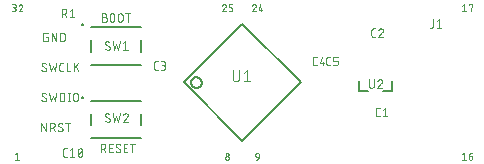
<source format=gto>
G04 EAGLE Gerber RS-274X export*
G75*
%MOMM*%
%FSLAX34Y34*%
%LPD*%
%INSilk top*%
%IPPOS*%
%AMOC8*
5,1,8,0,0,1.08239X$1,22.5*%
G01*
%ADD10C,0.050800*%
%ADD11C,0.127000*%
%ADD12C,0.200000*%
%ADD13C,0.076200*%


D10*
X37310Y127395D02*
X38495Y127395D01*
X38495Y123444D01*
X36124Y123444D01*
X36046Y123446D01*
X35969Y123452D01*
X35892Y123461D01*
X35816Y123474D01*
X35740Y123491D01*
X35665Y123512D01*
X35592Y123536D01*
X35519Y123564D01*
X35448Y123596D01*
X35379Y123631D01*
X35312Y123669D01*
X35246Y123710D01*
X35183Y123755D01*
X35122Y123803D01*
X35063Y123853D01*
X35007Y123907D01*
X34953Y123963D01*
X34903Y124022D01*
X34855Y124083D01*
X34810Y124146D01*
X34769Y124212D01*
X34731Y124279D01*
X34696Y124348D01*
X34664Y124419D01*
X34636Y124492D01*
X34612Y124565D01*
X34591Y124640D01*
X34574Y124716D01*
X34561Y124792D01*
X34552Y124869D01*
X34546Y124946D01*
X34544Y125024D01*
X34544Y128976D01*
X34546Y129054D01*
X34552Y129131D01*
X34561Y129208D01*
X34574Y129284D01*
X34591Y129360D01*
X34612Y129435D01*
X34636Y129508D01*
X34664Y129581D01*
X34696Y129652D01*
X34731Y129721D01*
X34769Y129788D01*
X34810Y129854D01*
X34855Y129917D01*
X34903Y129978D01*
X34953Y130037D01*
X35007Y130093D01*
X35063Y130147D01*
X35122Y130197D01*
X35183Y130245D01*
X35246Y130290D01*
X35312Y130331D01*
X35379Y130369D01*
X35448Y130404D01*
X35519Y130436D01*
X35592Y130464D01*
X35665Y130488D01*
X35740Y130509D01*
X35816Y130526D01*
X35892Y130539D01*
X35969Y130548D01*
X36046Y130554D01*
X36124Y130556D01*
X38495Y130556D01*
X41859Y130556D02*
X41859Y123444D01*
X45810Y123444D02*
X41859Y130556D01*
X45810Y130556D02*
X45810Y123444D01*
X49174Y123444D02*
X49174Y130556D01*
X51150Y130556D01*
X51236Y130554D01*
X51322Y130548D01*
X51408Y130539D01*
X51493Y130526D01*
X51578Y130509D01*
X51661Y130489D01*
X51744Y130465D01*
X51826Y130437D01*
X51906Y130406D01*
X51985Y130371D01*
X52062Y130333D01*
X52138Y130291D01*
X52212Y130247D01*
X52283Y130199D01*
X52353Y130148D01*
X52420Y130094D01*
X52485Y130037D01*
X52547Y129977D01*
X52607Y129915D01*
X52664Y129850D01*
X52718Y129783D01*
X52769Y129713D01*
X52817Y129642D01*
X52861Y129568D01*
X52903Y129492D01*
X52941Y129415D01*
X52976Y129336D01*
X53007Y129256D01*
X53035Y129174D01*
X53059Y129091D01*
X53079Y129008D01*
X53096Y128923D01*
X53109Y128838D01*
X53118Y128752D01*
X53124Y128666D01*
X53126Y128580D01*
X53125Y128580D02*
X53125Y125420D01*
X53126Y125420D02*
X53124Y125334D01*
X53118Y125248D01*
X53109Y125162D01*
X53096Y125077D01*
X53079Y124992D01*
X53059Y124909D01*
X53035Y124826D01*
X53007Y124744D01*
X52976Y124664D01*
X52941Y124585D01*
X52903Y124508D01*
X52861Y124432D01*
X52817Y124358D01*
X52769Y124287D01*
X52718Y124217D01*
X52664Y124150D01*
X52607Y124085D01*
X52547Y124023D01*
X52485Y123963D01*
X52420Y123906D01*
X52353Y123852D01*
X52283Y123801D01*
X52212Y123753D01*
X52138Y123709D01*
X52062Y123667D01*
X51985Y123629D01*
X51906Y123594D01*
X51826Y123563D01*
X51744Y123535D01*
X51661Y123511D01*
X51578Y123491D01*
X51493Y123474D01*
X51408Y123461D01*
X51322Y123452D01*
X51236Y123446D01*
X51150Y123444D01*
X49174Y123444D01*
X37225Y99624D02*
X37223Y99546D01*
X37217Y99469D01*
X37208Y99392D01*
X37195Y99316D01*
X37178Y99240D01*
X37157Y99165D01*
X37133Y99092D01*
X37105Y99019D01*
X37073Y98948D01*
X37038Y98879D01*
X37000Y98812D01*
X36959Y98746D01*
X36914Y98683D01*
X36866Y98622D01*
X36816Y98563D01*
X36762Y98507D01*
X36706Y98453D01*
X36647Y98403D01*
X36586Y98355D01*
X36523Y98310D01*
X36457Y98269D01*
X36390Y98231D01*
X36321Y98196D01*
X36250Y98164D01*
X36177Y98136D01*
X36104Y98112D01*
X36029Y98091D01*
X35953Y98074D01*
X35877Y98061D01*
X35800Y98052D01*
X35723Y98046D01*
X35645Y98044D01*
X35530Y98046D01*
X35416Y98052D01*
X35302Y98062D01*
X35188Y98075D01*
X35075Y98093D01*
X34962Y98115D01*
X34850Y98140D01*
X34740Y98169D01*
X34630Y98202D01*
X34521Y98239D01*
X34414Y98279D01*
X34308Y98323D01*
X34204Y98371D01*
X34101Y98422D01*
X34001Y98477D01*
X33902Y98535D01*
X33805Y98597D01*
X33711Y98661D01*
X33618Y98729D01*
X33528Y98801D01*
X33441Y98875D01*
X33356Y98952D01*
X33274Y99032D01*
X33472Y103576D02*
X33474Y103654D01*
X33480Y103731D01*
X33489Y103808D01*
X33502Y103884D01*
X33519Y103960D01*
X33540Y104035D01*
X33564Y104108D01*
X33592Y104181D01*
X33624Y104252D01*
X33659Y104321D01*
X33697Y104388D01*
X33738Y104454D01*
X33783Y104517D01*
X33831Y104578D01*
X33881Y104637D01*
X33935Y104693D01*
X33991Y104747D01*
X34050Y104797D01*
X34111Y104845D01*
X34174Y104890D01*
X34240Y104931D01*
X34307Y104969D01*
X34376Y105004D01*
X34447Y105036D01*
X34520Y105064D01*
X34593Y105088D01*
X34668Y105109D01*
X34744Y105126D01*
X34820Y105139D01*
X34897Y105148D01*
X34975Y105154D01*
X35052Y105156D01*
X35158Y105154D01*
X35264Y105148D01*
X35369Y105139D01*
X35474Y105126D01*
X35579Y105109D01*
X35683Y105088D01*
X35786Y105064D01*
X35888Y105036D01*
X35989Y105004D01*
X36089Y104969D01*
X36187Y104930D01*
X36285Y104887D01*
X36380Y104842D01*
X36474Y104793D01*
X36566Y104740D01*
X36656Y104684D01*
X36744Y104625D01*
X36830Y104563D01*
X34262Y102193D02*
X34195Y102235D01*
X34130Y102280D01*
X34067Y102329D01*
X34006Y102380D01*
X33949Y102435D01*
X33894Y102492D01*
X33841Y102552D01*
X33792Y102614D01*
X33746Y102679D01*
X33704Y102745D01*
X33664Y102814D01*
X33628Y102885D01*
X33596Y102958D01*
X33567Y103032D01*
X33542Y103107D01*
X33521Y103183D01*
X33503Y103261D01*
X33490Y103339D01*
X33480Y103418D01*
X33474Y103497D01*
X33472Y103576D01*
X36435Y101007D02*
X36502Y100965D01*
X36567Y100920D01*
X36630Y100871D01*
X36691Y100820D01*
X36748Y100765D01*
X36803Y100708D01*
X36856Y100648D01*
X36905Y100586D01*
X36951Y100521D01*
X36993Y100455D01*
X37033Y100386D01*
X37069Y100315D01*
X37101Y100242D01*
X37130Y100168D01*
X37155Y100093D01*
X37176Y100017D01*
X37194Y99939D01*
X37207Y99861D01*
X37217Y99782D01*
X37223Y99703D01*
X37225Y99624D01*
X36435Y101007D02*
X34262Y102193D01*
X39632Y105156D02*
X41213Y98044D01*
X42793Y102785D01*
X44374Y98044D01*
X45954Y105156D01*
X50152Y98044D02*
X51733Y98044D01*
X50152Y98044D02*
X50074Y98046D01*
X49997Y98052D01*
X49920Y98061D01*
X49844Y98074D01*
X49768Y98091D01*
X49693Y98112D01*
X49620Y98136D01*
X49547Y98164D01*
X49476Y98196D01*
X49407Y98231D01*
X49340Y98269D01*
X49274Y98310D01*
X49211Y98355D01*
X49150Y98403D01*
X49091Y98453D01*
X49035Y98507D01*
X48981Y98563D01*
X48931Y98622D01*
X48883Y98683D01*
X48838Y98746D01*
X48797Y98812D01*
X48759Y98879D01*
X48724Y98948D01*
X48692Y99019D01*
X48664Y99092D01*
X48640Y99165D01*
X48619Y99240D01*
X48602Y99316D01*
X48589Y99392D01*
X48580Y99469D01*
X48574Y99546D01*
X48572Y99624D01*
X48572Y103576D01*
X48574Y103654D01*
X48580Y103731D01*
X48589Y103808D01*
X48602Y103884D01*
X48619Y103960D01*
X48640Y104035D01*
X48664Y104108D01*
X48692Y104181D01*
X48724Y104252D01*
X48759Y104321D01*
X48797Y104388D01*
X48838Y104454D01*
X48883Y104517D01*
X48931Y104578D01*
X48981Y104637D01*
X49035Y104693D01*
X49091Y104747D01*
X49150Y104797D01*
X49211Y104845D01*
X49274Y104890D01*
X49340Y104931D01*
X49407Y104969D01*
X49476Y105004D01*
X49547Y105036D01*
X49620Y105064D01*
X49693Y105088D01*
X49768Y105109D01*
X49844Y105126D01*
X49920Y105139D01*
X49997Y105148D01*
X50074Y105154D01*
X50152Y105156D01*
X51733Y105156D01*
X54546Y105156D02*
X54546Y98044D01*
X57707Y98044D01*
X60570Y98044D02*
X60570Y105156D01*
X64522Y105156D02*
X60570Y100810D01*
X62151Y102390D02*
X64522Y98044D01*
X37225Y74224D02*
X37223Y74146D01*
X37217Y74069D01*
X37208Y73992D01*
X37195Y73916D01*
X37178Y73840D01*
X37157Y73765D01*
X37133Y73692D01*
X37105Y73619D01*
X37073Y73548D01*
X37038Y73479D01*
X37000Y73412D01*
X36959Y73346D01*
X36914Y73283D01*
X36866Y73222D01*
X36816Y73163D01*
X36762Y73107D01*
X36706Y73053D01*
X36647Y73003D01*
X36586Y72955D01*
X36523Y72910D01*
X36457Y72869D01*
X36390Y72831D01*
X36321Y72796D01*
X36250Y72764D01*
X36177Y72736D01*
X36104Y72712D01*
X36029Y72691D01*
X35953Y72674D01*
X35877Y72661D01*
X35800Y72652D01*
X35723Y72646D01*
X35645Y72644D01*
X35530Y72646D01*
X35416Y72652D01*
X35302Y72662D01*
X35188Y72675D01*
X35075Y72693D01*
X34962Y72715D01*
X34850Y72740D01*
X34740Y72769D01*
X34630Y72802D01*
X34521Y72839D01*
X34414Y72879D01*
X34308Y72923D01*
X34204Y72971D01*
X34101Y73022D01*
X34001Y73077D01*
X33902Y73135D01*
X33805Y73197D01*
X33711Y73261D01*
X33618Y73329D01*
X33528Y73401D01*
X33441Y73475D01*
X33356Y73552D01*
X33274Y73632D01*
X33472Y78176D02*
X33474Y78254D01*
X33480Y78331D01*
X33489Y78408D01*
X33502Y78484D01*
X33519Y78560D01*
X33540Y78635D01*
X33564Y78708D01*
X33592Y78781D01*
X33624Y78852D01*
X33659Y78921D01*
X33697Y78988D01*
X33738Y79054D01*
X33783Y79117D01*
X33831Y79178D01*
X33881Y79237D01*
X33935Y79293D01*
X33991Y79347D01*
X34050Y79397D01*
X34111Y79445D01*
X34174Y79490D01*
X34240Y79531D01*
X34307Y79569D01*
X34376Y79604D01*
X34447Y79636D01*
X34520Y79664D01*
X34593Y79688D01*
X34668Y79709D01*
X34744Y79726D01*
X34820Y79739D01*
X34897Y79748D01*
X34975Y79754D01*
X35052Y79756D01*
X35158Y79754D01*
X35264Y79748D01*
X35369Y79739D01*
X35474Y79726D01*
X35579Y79709D01*
X35683Y79688D01*
X35786Y79664D01*
X35888Y79636D01*
X35989Y79604D01*
X36089Y79569D01*
X36187Y79530D01*
X36285Y79487D01*
X36380Y79442D01*
X36474Y79393D01*
X36566Y79340D01*
X36656Y79284D01*
X36744Y79225D01*
X36830Y79163D01*
X34262Y76793D02*
X34195Y76835D01*
X34130Y76880D01*
X34067Y76929D01*
X34006Y76980D01*
X33949Y77035D01*
X33894Y77092D01*
X33841Y77152D01*
X33792Y77214D01*
X33746Y77279D01*
X33704Y77345D01*
X33664Y77414D01*
X33628Y77485D01*
X33596Y77558D01*
X33567Y77632D01*
X33542Y77707D01*
X33521Y77783D01*
X33503Y77861D01*
X33490Y77939D01*
X33480Y78018D01*
X33474Y78097D01*
X33472Y78176D01*
X36435Y75607D02*
X36502Y75565D01*
X36567Y75520D01*
X36630Y75471D01*
X36691Y75420D01*
X36748Y75365D01*
X36803Y75308D01*
X36856Y75248D01*
X36905Y75186D01*
X36951Y75121D01*
X36993Y75055D01*
X37033Y74986D01*
X37069Y74915D01*
X37101Y74842D01*
X37130Y74768D01*
X37155Y74693D01*
X37176Y74617D01*
X37194Y74539D01*
X37207Y74461D01*
X37217Y74382D01*
X37223Y74303D01*
X37225Y74224D01*
X36435Y75607D02*
X34262Y76793D01*
X39632Y79756D02*
X41213Y72644D01*
X42793Y77385D01*
X44374Y72644D01*
X45954Y79756D01*
X48819Y79756D02*
X48819Y72644D01*
X48819Y79756D02*
X50794Y79756D01*
X50880Y79754D01*
X50966Y79748D01*
X51052Y79739D01*
X51137Y79726D01*
X51222Y79709D01*
X51305Y79689D01*
X51388Y79665D01*
X51470Y79637D01*
X51550Y79606D01*
X51629Y79571D01*
X51706Y79533D01*
X51782Y79491D01*
X51856Y79447D01*
X51927Y79399D01*
X51997Y79348D01*
X52064Y79294D01*
X52129Y79237D01*
X52191Y79177D01*
X52251Y79115D01*
X52308Y79050D01*
X52362Y78983D01*
X52413Y78913D01*
X52461Y78842D01*
X52505Y78768D01*
X52547Y78692D01*
X52585Y78615D01*
X52620Y78536D01*
X52651Y78456D01*
X52679Y78374D01*
X52703Y78291D01*
X52723Y78208D01*
X52740Y78123D01*
X52753Y78038D01*
X52762Y77952D01*
X52768Y77866D01*
X52770Y77780D01*
X52770Y74620D01*
X52768Y74534D01*
X52762Y74448D01*
X52753Y74362D01*
X52740Y74277D01*
X52723Y74192D01*
X52703Y74109D01*
X52679Y74026D01*
X52651Y73944D01*
X52620Y73864D01*
X52585Y73785D01*
X52547Y73708D01*
X52505Y73632D01*
X52461Y73558D01*
X52413Y73487D01*
X52362Y73417D01*
X52308Y73350D01*
X52251Y73285D01*
X52191Y73223D01*
X52129Y73163D01*
X52064Y73106D01*
X51997Y73052D01*
X51927Y73001D01*
X51856Y72953D01*
X51782Y72909D01*
X51706Y72867D01*
X51629Y72829D01*
X51550Y72794D01*
X51470Y72763D01*
X51388Y72735D01*
X51305Y72711D01*
X51222Y72691D01*
X51137Y72674D01*
X51052Y72661D01*
X50966Y72652D01*
X50880Y72646D01*
X50794Y72644D01*
X48819Y72644D01*
X56509Y72644D02*
X56509Y79756D01*
X55719Y72644D02*
X57299Y72644D01*
X57299Y79756D02*
X55719Y79756D01*
X60020Y77780D02*
X60020Y74620D01*
X60020Y77780D02*
X60022Y77867D01*
X60028Y77955D01*
X60037Y78042D01*
X60051Y78128D01*
X60068Y78214D01*
X60089Y78298D01*
X60114Y78382D01*
X60143Y78465D01*
X60175Y78546D01*
X60210Y78626D01*
X60249Y78704D01*
X60292Y78781D01*
X60338Y78855D01*
X60387Y78927D01*
X60439Y78997D01*
X60495Y79065D01*
X60553Y79130D01*
X60614Y79193D01*
X60678Y79252D01*
X60745Y79309D01*
X60813Y79363D01*
X60885Y79414D01*
X60958Y79461D01*
X61033Y79506D01*
X61111Y79547D01*
X61190Y79584D01*
X61270Y79618D01*
X61352Y79648D01*
X61435Y79675D01*
X61520Y79698D01*
X61605Y79717D01*
X61691Y79732D01*
X61778Y79744D01*
X61865Y79752D01*
X61952Y79756D01*
X62040Y79756D01*
X62127Y79752D01*
X62214Y79744D01*
X62301Y79732D01*
X62387Y79717D01*
X62472Y79698D01*
X62557Y79675D01*
X62640Y79648D01*
X62722Y79618D01*
X62802Y79584D01*
X62881Y79547D01*
X62959Y79506D01*
X63034Y79461D01*
X63107Y79414D01*
X63179Y79363D01*
X63247Y79309D01*
X63314Y79252D01*
X63378Y79193D01*
X63439Y79130D01*
X63497Y79065D01*
X63553Y78997D01*
X63605Y78927D01*
X63654Y78855D01*
X63700Y78781D01*
X63743Y78704D01*
X63782Y78626D01*
X63817Y78546D01*
X63849Y78465D01*
X63878Y78382D01*
X63903Y78298D01*
X63924Y78214D01*
X63941Y78128D01*
X63955Y78042D01*
X63964Y77955D01*
X63970Y77867D01*
X63972Y77780D01*
X63971Y77780D02*
X63971Y74620D01*
X63972Y74620D02*
X63970Y74533D01*
X63964Y74445D01*
X63955Y74358D01*
X63941Y74272D01*
X63924Y74186D01*
X63903Y74102D01*
X63878Y74018D01*
X63849Y73935D01*
X63817Y73854D01*
X63782Y73774D01*
X63743Y73696D01*
X63700Y73619D01*
X63654Y73545D01*
X63605Y73473D01*
X63553Y73403D01*
X63497Y73335D01*
X63439Y73270D01*
X63378Y73207D01*
X63314Y73148D01*
X63247Y73091D01*
X63179Y73037D01*
X63107Y72986D01*
X63034Y72939D01*
X62959Y72894D01*
X62881Y72853D01*
X62802Y72816D01*
X62722Y72782D01*
X62640Y72752D01*
X62557Y72725D01*
X62472Y72702D01*
X62387Y72683D01*
X62301Y72668D01*
X62214Y72656D01*
X62127Y72648D01*
X62040Y72644D01*
X61952Y72644D01*
X61865Y72648D01*
X61778Y72656D01*
X61691Y72668D01*
X61605Y72683D01*
X61520Y72702D01*
X61435Y72725D01*
X61352Y72752D01*
X61270Y72782D01*
X61190Y72816D01*
X61111Y72853D01*
X61033Y72894D01*
X60958Y72939D01*
X60885Y72986D01*
X60813Y73037D01*
X60745Y73091D01*
X60678Y73148D01*
X60614Y73207D01*
X60553Y73270D01*
X60495Y73335D01*
X60439Y73403D01*
X60387Y73473D01*
X60338Y73545D01*
X60292Y73619D01*
X60249Y73696D01*
X60210Y73774D01*
X60175Y73854D01*
X60143Y73935D01*
X60114Y74018D01*
X60089Y74102D01*
X60068Y74186D01*
X60051Y74272D01*
X60037Y74358D01*
X60028Y74445D01*
X60022Y74533D01*
X60020Y74620D01*
X33274Y54356D02*
X33274Y47244D01*
X37225Y47244D02*
X33274Y54356D01*
X37225Y54356D02*
X37225Y47244D01*
X40630Y47244D02*
X40630Y54356D01*
X42605Y54356D01*
X42692Y54354D01*
X42780Y54348D01*
X42867Y54339D01*
X42953Y54325D01*
X43039Y54308D01*
X43123Y54287D01*
X43207Y54262D01*
X43290Y54233D01*
X43371Y54201D01*
X43451Y54166D01*
X43529Y54127D01*
X43606Y54084D01*
X43680Y54038D01*
X43752Y53989D01*
X43822Y53937D01*
X43890Y53881D01*
X43955Y53823D01*
X44018Y53762D01*
X44077Y53698D01*
X44134Y53631D01*
X44188Y53563D01*
X44239Y53491D01*
X44286Y53418D01*
X44331Y53343D01*
X44372Y53265D01*
X44409Y53186D01*
X44443Y53106D01*
X44473Y53024D01*
X44500Y52941D01*
X44523Y52856D01*
X44542Y52771D01*
X44557Y52685D01*
X44569Y52598D01*
X44577Y52511D01*
X44581Y52424D01*
X44581Y52336D01*
X44577Y52249D01*
X44569Y52162D01*
X44557Y52075D01*
X44542Y51989D01*
X44523Y51904D01*
X44500Y51819D01*
X44473Y51736D01*
X44443Y51654D01*
X44409Y51574D01*
X44372Y51495D01*
X44331Y51417D01*
X44286Y51342D01*
X44239Y51269D01*
X44188Y51197D01*
X44134Y51129D01*
X44077Y51062D01*
X44018Y50998D01*
X43955Y50937D01*
X43890Y50879D01*
X43822Y50823D01*
X43752Y50771D01*
X43680Y50722D01*
X43606Y50676D01*
X43529Y50633D01*
X43451Y50594D01*
X43371Y50559D01*
X43290Y50527D01*
X43207Y50498D01*
X43123Y50473D01*
X43039Y50452D01*
X42953Y50435D01*
X42867Y50421D01*
X42780Y50412D01*
X42692Y50406D01*
X42605Y50404D01*
X42605Y50405D02*
X40630Y50405D01*
X43000Y50405D02*
X44581Y47244D01*
X49589Y47244D02*
X49667Y47246D01*
X49744Y47252D01*
X49821Y47261D01*
X49897Y47274D01*
X49973Y47291D01*
X50048Y47312D01*
X50121Y47336D01*
X50194Y47364D01*
X50265Y47396D01*
X50334Y47431D01*
X50401Y47469D01*
X50467Y47510D01*
X50530Y47555D01*
X50591Y47603D01*
X50650Y47653D01*
X50706Y47707D01*
X50760Y47763D01*
X50810Y47822D01*
X50858Y47883D01*
X50903Y47946D01*
X50944Y48012D01*
X50982Y48079D01*
X51017Y48148D01*
X51049Y48219D01*
X51077Y48292D01*
X51101Y48365D01*
X51122Y48440D01*
X51139Y48516D01*
X51152Y48592D01*
X51161Y48669D01*
X51167Y48746D01*
X51169Y48824D01*
X49589Y47244D02*
X49474Y47246D01*
X49360Y47252D01*
X49246Y47262D01*
X49132Y47275D01*
X49019Y47293D01*
X48906Y47315D01*
X48794Y47340D01*
X48684Y47369D01*
X48574Y47402D01*
X48465Y47439D01*
X48358Y47479D01*
X48252Y47523D01*
X48148Y47571D01*
X48045Y47622D01*
X47945Y47677D01*
X47846Y47735D01*
X47749Y47797D01*
X47655Y47861D01*
X47562Y47929D01*
X47472Y48001D01*
X47385Y48075D01*
X47300Y48152D01*
X47218Y48232D01*
X47417Y52776D02*
X47419Y52854D01*
X47425Y52931D01*
X47434Y53008D01*
X47447Y53084D01*
X47464Y53160D01*
X47485Y53235D01*
X47509Y53308D01*
X47537Y53381D01*
X47569Y53452D01*
X47604Y53521D01*
X47642Y53588D01*
X47683Y53654D01*
X47728Y53717D01*
X47776Y53778D01*
X47826Y53837D01*
X47880Y53893D01*
X47936Y53947D01*
X47995Y53997D01*
X48056Y54045D01*
X48119Y54090D01*
X48185Y54131D01*
X48252Y54169D01*
X48321Y54204D01*
X48392Y54236D01*
X48465Y54264D01*
X48538Y54288D01*
X48613Y54309D01*
X48689Y54326D01*
X48765Y54339D01*
X48842Y54348D01*
X48920Y54354D01*
X48997Y54356D01*
X48996Y54356D02*
X49102Y54354D01*
X49208Y54348D01*
X49313Y54339D01*
X49418Y54326D01*
X49523Y54309D01*
X49627Y54288D01*
X49730Y54264D01*
X49832Y54236D01*
X49933Y54204D01*
X50033Y54169D01*
X50131Y54130D01*
X50229Y54087D01*
X50324Y54042D01*
X50418Y53993D01*
X50510Y53940D01*
X50600Y53884D01*
X50688Y53825D01*
X50774Y53763D01*
X48206Y51393D02*
X48139Y51435D01*
X48074Y51480D01*
X48011Y51529D01*
X47950Y51580D01*
X47893Y51635D01*
X47838Y51692D01*
X47785Y51752D01*
X47736Y51814D01*
X47690Y51879D01*
X47648Y51945D01*
X47608Y52014D01*
X47572Y52085D01*
X47540Y52158D01*
X47511Y52232D01*
X47486Y52307D01*
X47465Y52383D01*
X47447Y52461D01*
X47434Y52539D01*
X47424Y52618D01*
X47418Y52697D01*
X47416Y52776D01*
X50380Y50207D02*
X50447Y50165D01*
X50512Y50120D01*
X50575Y50071D01*
X50636Y50020D01*
X50693Y49965D01*
X50748Y49908D01*
X50801Y49848D01*
X50850Y49786D01*
X50896Y49721D01*
X50938Y49655D01*
X50978Y49586D01*
X51014Y49515D01*
X51046Y49442D01*
X51075Y49368D01*
X51100Y49293D01*
X51121Y49217D01*
X51139Y49139D01*
X51152Y49061D01*
X51162Y48982D01*
X51168Y48903D01*
X51170Y48824D01*
X50379Y50207D02*
X48206Y51393D01*
X55366Y54356D02*
X55366Y47244D01*
X53391Y54356D02*
X57342Y54356D01*
X84647Y143905D02*
X86623Y143905D01*
X86623Y143906D02*
X86710Y143904D01*
X86798Y143898D01*
X86885Y143889D01*
X86971Y143875D01*
X87057Y143858D01*
X87141Y143837D01*
X87225Y143812D01*
X87308Y143783D01*
X87389Y143751D01*
X87469Y143716D01*
X87547Y143677D01*
X87624Y143634D01*
X87698Y143588D01*
X87770Y143539D01*
X87840Y143487D01*
X87908Y143431D01*
X87973Y143373D01*
X88036Y143312D01*
X88095Y143248D01*
X88152Y143181D01*
X88206Y143113D01*
X88257Y143041D01*
X88304Y142968D01*
X88349Y142893D01*
X88390Y142815D01*
X88427Y142736D01*
X88461Y142656D01*
X88491Y142574D01*
X88518Y142491D01*
X88541Y142406D01*
X88560Y142321D01*
X88575Y142235D01*
X88587Y142148D01*
X88595Y142061D01*
X88599Y141974D01*
X88599Y141886D01*
X88595Y141799D01*
X88587Y141712D01*
X88575Y141625D01*
X88560Y141539D01*
X88541Y141454D01*
X88518Y141369D01*
X88491Y141286D01*
X88461Y141204D01*
X88427Y141124D01*
X88390Y141045D01*
X88349Y140967D01*
X88304Y140892D01*
X88257Y140819D01*
X88206Y140747D01*
X88152Y140679D01*
X88095Y140612D01*
X88036Y140548D01*
X87973Y140487D01*
X87908Y140429D01*
X87840Y140373D01*
X87770Y140321D01*
X87698Y140272D01*
X87624Y140226D01*
X87547Y140183D01*
X87469Y140144D01*
X87389Y140109D01*
X87308Y140077D01*
X87225Y140048D01*
X87141Y140023D01*
X87057Y140002D01*
X86971Y139985D01*
X86885Y139971D01*
X86798Y139962D01*
X86710Y139956D01*
X86623Y139954D01*
X84647Y139954D01*
X84647Y147066D01*
X86623Y147066D01*
X86702Y147064D01*
X86780Y147058D01*
X86858Y147048D01*
X86936Y147035D01*
X87013Y147017D01*
X87089Y146996D01*
X87163Y146971D01*
X87237Y146942D01*
X87309Y146910D01*
X87379Y146874D01*
X87447Y146834D01*
X87513Y146791D01*
X87577Y146745D01*
X87639Y146696D01*
X87698Y146644D01*
X87754Y146589D01*
X87808Y146531D01*
X87858Y146471D01*
X87906Y146408D01*
X87950Y146343D01*
X87991Y146276D01*
X88029Y146207D01*
X88063Y146136D01*
X88094Y146063D01*
X88121Y145989D01*
X88144Y145914D01*
X88163Y145838D01*
X88179Y145760D01*
X88191Y145682D01*
X88199Y145604D01*
X88203Y145525D01*
X88203Y145447D01*
X88199Y145368D01*
X88191Y145290D01*
X88179Y145212D01*
X88163Y145134D01*
X88144Y145058D01*
X88121Y144983D01*
X88094Y144909D01*
X88063Y144836D01*
X88029Y144765D01*
X87991Y144696D01*
X87950Y144629D01*
X87906Y144564D01*
X87858Y144501D01*
X87808Y144441D01*
X87754Y144383D01*
X87698Y144328D01*
X87639Y144276D01*
X87577Y144227D01*
X87513Y144181D01*
X87447Y144138D01*
X87379Y144098D01*
X87309Y144062D01*
X87237Y144030D01*
X87163Y144001D01*
X87089Y143976D01*
X87013Y143955D01*
X86936Y143937D01*
X86858Y143924D01*
X86780Y143914D01*
X86702Y143908D01*
X86623Y143906D01*
X91183Y145090D02*
X91183Y141930D01*
X91183Y145090D02*
X91185Y145177D01*
X91191Y145265D01*
X91200Y145352D01*
X91214Y145438D01*
X91231Y145524D01*
X91252Y145608D01*
X91277Y145692D01*
X91306Y145775D01*
X91338Y145856D01*
X91373Y145936D01*
X91412Y146014D01*
X91455Y146091D01*
X91501Y146165D01*
X91550Y146237D01*
X91602Y146307D01*
X91658Y146375D01*
X91716Y146440D01*
X91777Y146503D01*
X91841Y146562D01*
X91908Y146619D01*
X91976Y146673D01*
X92048Y146724D01*
X92121Y146771D01*
X92196Y146816D01*
X92274Y146857D01*
X92353Y146894D01*
X92433Y146928D01*
X92515Y146958D01*
X92598Y146985D01*
X92683Y147008D01*
X92768Y147027D01*
X92854Y147042D01*
X92941Y147054D01*
X93028Y147062D01*
X93115Y147066D01*
X93203Y147066D01*
X93290Y147062D01*
X93377Y147054D01*
X93464Y147042D01*
X93550Y147027D01*
X93635Y147008D01*
X93720Y146985D01*
X93803Y146958D01*
X93885Y146928D01*
X93965Y146894D01*
X94044Y146857D01*
X94122Y146816D01*
X94197Y146771D01*
X94270Y146724D01*
X94342Y146673D01*
X94410Y146619D01*
X94477Y146562D01*
X94541Y146503D01*
X94602Y146440D01*
X94660Y146375D01*
X94716Y146307D01*
X94768Y146237D01*
X94817Y146165D01*
X94863Y146091D01*
X94906Y146014D01*
X94945Y145936D01*
X94980Y145856D01*
X95012Y145775D01*
X95041Y145692D01*
X95066Y145608D01*
X95087Y145524D01*
X95104Y145438D01*
X95118Y145352D01*
X95127Y145265D01*
X95133Y145177D01*
X95135Y145090D01*
X95134Y145090D02*
X95134Y141930D01*
X95135Y141930D02*
X95133Y141843D01*
X95127Y141755D01*
X95118Y141668D01*
X95104Y141582D01*
X95087Y141496D01*
X95066Y141412D01*
X95041Y141328D01*
X95012Y141245D01*
X94980Y141164D01*
X94945Y141084D01*
X94906Y141006D01*
X94863Y140929D01*
X94817Y140855D01*
X94768Y140783D01*
X94716Y140713D01*
X94660Y140645D01*
X94602Y140580D01*
X94541Y140517D01*
X94477Y140458D01*
X94410Y140401D01*
X94342Y140347D01*
X94270Y140296D01*
X94197Y140249D01*
X94122Y140204D01*
X94044Y140163D01*
X93965Y140126D01*
X93885Y140092D01*
X93803Y140062D01*
X93720Y140035D01*
X93635Y140012D01*
X93550Y139993D01*
X93464Y139978D01*
X93377Y139966D01*
X93290Y139958D01*
X93203Y139954D01*
X93115Y139954D01*
X93028Y139958D01*
X92941Y139966D01*
X92854Y139978D01*
X92768Y139993D01*
X92683Y140012D01*
X92598Y140035D01*
X92515Y140062D01*
X92433Y140092D01*
X92353Y140126D01*
X92274Y140163D01*
X92196Y140204D01*
X92121Y140249D01*
X92048Y140296D01*
X91976Y140347D01*
X91908Y140401D01*
X91841Y140458D01*
X91777Y140517D01*
X91716Y140580D01*
X91658Y140645D01*
X91602Y140713D01*
X91550Y140783D01*
X91501Y140855D01*
X91455Y140929D01*
X91412Y141006D01*
X91373Y141084D01*
X91338Y141164D01*
X91306Y141245D01*
X91277Y141328D01*
X91252Y141412D01*
X91231Y141496D01*
X91214Y141582D01*
X91200Y141668D01*
X91191Y141755D01*
X91185Y141843D01*
X91183Y141930D01*
X98041Y141930D02*
X98041Y145090D01*
X98043Y145177D01*
X98049Y145265D01*
X98058Y145352D01*
X98072Y145438D01*
X98089Y145524D01*
X98110Y145608D01*
X98135Y145692D01*
X98164Y145775D01*
X98196Y145856D01*
X98231Y145936D01*
X98270Y146014D01*
X98313Y146091D01*
X98359Y146165D01*
X98408Y146237D01*
X98460Y146307D01*
X98516Y146375D01*
X98574Y146440D01*
X98635Y146503D01*
X98699Y146562D01*
X98766Y146619D01*
X98834Y146673D01*
X98906Y146724D01*
X98979Y146771D01*
X99054Y146816D01*
X99132Y146857D01*
X99211Y146894D01*
X99291Y146928D01*
X99373Y146958D01*
X99456Y146985D01*
X99541Y147008D01*
X99626Y147027D01*
X99712Y147042D01*
X99799Y147054D01*
X99886Y147062D01*
X99973Y147066D01*
X100061Y147066D01*
X100148Y147062D01*
X100235Y147054D01*
X100322Y147042D01*
X100408Y147027D01*
X100493Y147008D01*
X100578Y146985D01*
X100661Y146958D01*
X100743Y146928D01*
X100823Y146894D01*
X100902Y146857D01*
X100980Y146816D01*
X101055Y146771D01*
X101128Y146724D01*
X101200Y146673D01*
X101268Y146619D01*
X101335Y146562D01*
X101399Y146503D01*
X101460Y146440D01*
X101518Y146375D01*
X101574Y146307D01*
X101626Y146237D01*
X101675Y146165D01*
X101721Y146091D01*
X101764Y146014D01*
X101803Y145936D01*
X101838Y145856D01*
X101870Y145775D01*
X101899Y145692D01*
X101924Y145608D01*
X101945Y145524D01*
X101962Y145438D01*
X101976Y145352D01*
X101985Y145265D01*
X101991Y145177D01*
X101993Y145090D01*
X101992Y145090D02*
X101992Y141930D01*
X101993Y141930D02*
X101991Y141843D01*
X101985Y141755D01*
X101976Y141668D01*
X101962Y141582D01*
X101945Y141496D01*
X101924Y141412D01*
X101899Y141328D01*
X101870Y141245D01*
X101838Y141164D01*
X101803Y141084D01*
X101764Y141006D01*
X101721Y140929D01*
X101675Y140855D01*
X101626Y140783D01*
X101574Y140713D01*
X101518Y140645D01*
X101460Y140580D01*
X101399Y140517D01*
X101335Y140458D01*
X101268Y140401D01*
X101200Y140347D01*
X101128Y140296D01*
X101055Y140249D01*
X100980Y140204D01*
X100902Y140163D01*
X100823Y140126D01*
X100743Y140092D01*
X100661Y140062D01*
X100578Y140035D01*
X100493Y140012D01*
X100408Y139993D01*
X100322Y139978D01*
X100235Y139966D01*
X100148Y139958D01*
X100061Y139954D01*
X99973Y139954D01*
X99886Y139958D01*
X99799Y139966D01*
X99712Y139978D01*
X99626Y139993D01*
X99541Y140012D01*
X99456Y140035D01*
X99373Y140062D01*
X99291Y140092D01*
X99211Y140126D01*
X99132Y140163D01*
X99054Y140204D01*
X98979Y140249D01*
X98906Y140296D01*
X98834Y140347D01*
X98766Y140401D01*
X98699Y140458D01*
X98635Y140517D01*
X98574Y140580D01*
X98516Y140645D01*
X98460Y140713D01*
X98408Y140783D01*
X98359Y140855D01*
X98313Y140929D01*
X98270Y141006D01*
X98231Y141084D01*
X98196Y141164D01*
X98164Y141245D01*
X98135Y141328D01*
X98110Y141412D01*
X98089Y141496D01*
X98072Y141582D01*
X98058Y141668D01*
X98049Y141755D01*
X98043Y141843D01*
X98041Y141930D01*
X106417Y139954D02*
X106417Y147066D01*
X104442Y147066D02*
X108393Y147066D01*
X83490Y36576D02*
X83490Y29464D01*
X83490Y36576D02*
X85466Y36576D01*
X85553Y36574D01*
X85641Y36568D01*
X85728Y36559D01*
X85814Y36545D01*
X85900Y36528D01*
X85984Y36507D01*
X86068Y36482D01*
X86151Y36453D01*
X86232Y36421D01*
X86312Y36386D01*
X86390Y36347D01*
X86467Y36304D01*
X86541Y36258D01*
X86613Y36209D01*
X86683Y36157D01*
X86751Y36101D01*
X86816Y36043D01*
X86879Y35982D01*
X86938Y35918D01*
X86995Y35851D01*
X87049Y35783D01*
X87100Y35711D01*
X87147Y35638D01*
X87192Y35563D01*
X87233Y35485D01*
X87270Y35406D01*
X87304Y35326D01*
X87334Y35244D01*
X87361Y35161D01*
X87384Y35076D01*
X87403Y34991D01*
X87418Y34905D01*
X87430Y34818D01*
X87438Y34731D01*
X87442Y34644D01*
X87442Y34556D01*
X87438Y34469D01*
X87430Y34382D01*
X87418Y34295D01*
X87403Y34209D01*
X87384Y34124D01*
X87361Y34039D01*
X87334Y33956D01*
X87304Y33874D01*
X87270Y33794D01*
X87233Y33715D01*
X87192Y33637D01*
X87147Y33562D01*
X87100Y33489D01*
X87049Y33417D01*
X86995Y33349D01*
X86938Y33282D01*
X86879Y33218D01*
X86816Y33157D01*
X86751Y33099D01*
X86683Y33043D01*
X86613Y32991D01*
X86541Y32942D01*
X86467Y32896D01*
X86390Y32853D01*
X86312Y32814D01*
X86232Y32779D01*
X86151Y32747D01*
X86068Y32718D01*
X85984Y32693D01*
X85900Y32672D01*
X85814Y32655D01*
X85728Y32641D01*
X85641Y32632D01*
X85553Y32626D01*
X85466Y32624D01*
X85466Y32625D02*
X83490Y32625D01*
X85861Y32625D02*
X87441Y29464D01*
X90549Y29464D02*
X93710Y29464D01*
X90549Y29464D02*
X90549Y36576D01*
X93710Y36576D01*
X92920Y33415D02*
X90549Y33415D01*
X98393Y29464D02*
X98471Y29466D01*
X98548Y29472D01*
X98625Y29481D01*
X98701Y29494D01*
X98777Y29511D01*
X98852Y29532D01*
X98925Y29556D01*
X98998Y29584D01*
X99069Y29616D01*
X99138Y29651D01*
X99205Y29689D01*
X99271Y29730D01*
X99334Y29775D01*
X99395Y29823D01*
X99454Y29873D01*
X99510Y29927D01*
X99564Y29983D01*
X99614Y30042D01*
X99662Y30103D01*
X99707Y30166D01*
X99748Y30232D01*
X99786Y30299D01*
X99821Y30368D01*
X99853Y30439D01*
X99881Y30512D01*
X99905Y30585D01*
X99926Y30660D01*
X99943Y30736D01*
X99956Y30812D01*
X99965Y30889D01*
X99971Y30966D01*
X99973Y31044D01*
X98393Y29464D02*
X98278Y29466D01*
X98164Y29472D01*
X98050Y29482D01*
X97936Y29495D01*
X97823Y29513D01*
X97710Y29535D01*
X97598Y29560D01*
X97488Y29589D01*
X97378Y29622D01*
X97269Y29659D01*
X97162Y29699D01*
X97056Y29743D01*
X96952Y29791D01*
X96849Y29842D01*
X96749Y29897D01*
X96650Y29955D01*
X96553Y30017D01*
X96459Y30081D01*
X96366Y30149D01*
X96276Y30221D01*
X96189Y30295D01*
X96104Y30372D01*
X96022Y30452D01*
X96221Y34996D02*
X96223Y35074D01*
X96229Y35151D01*
X96238Y35228D01*
X96251Y35304D01*
X96268Y35380D01*
X96289Y35455D01*
X96313Y35528D01*
X96341Y35601D01*
X96373Y35672D01*
X96408Y35741D01*
X96446Y35808D01*
X96487Y35874D01*
X96532Y35937D01*
X96580Y35998D01*
X96630Y36057D01*
X96684Y36113D01*
X96740Y36167D01*
X96799Y36217D01*
X96860Y36265D01*
X96923Y36310D01*
X96989Y36351D01*
X97056Y36389D01*
X97125Y36424D01*
X97196Y36456D01*
X97269Y36484D01*
X97342Y36508D01*
X97417Y36529D01*
X97493Y36546D01*
X97569Y36559D01*
X97646Y36568D01*
X97724Y36574D01*
X97801Y36576D01*
X97907Y36574D01*
X98013Y36568D01*
X98118Y36559D01*
X98223Y36546D01*
X98328Y36529D01*
X98432Y36508D01*
X98535Y36484D01*
X98637Y36456D01*
X98738Y36424D01*
X98838Y36389D01*
X98936Y36350D01*
X99034Y36307D01*
X99129Y36262D01*
X99223Y36213D01*
X99315Y36160D01*
X99405Y36104D01*
X99493Y36045D01*
X99579Y35983D01*
X97010Y33613D02*
X96943Y33655D01*
X96878Y33700D01*
X96815Y33749D01*
X96754Y33800D01*
X96697Y33855D01*
X96642Y33912D01*
X96589Y33972D01*
X96540Y34034D01*
X96494Y34099D01*
X96452Y34165D01*
X96412Y34234D01*
X96376Y34305D01*
X96344Y34378D01*
X96315Y34452D01*
X96290Y34527D01*
X96269Y34603D01*
X96251Y34681D01*
X96238Y34759D01*
X96228Y34838D01*
X96222Y34917D01*
X96220Y34996D01*
X99184Y32427D02*
X99251Y32385D01*
X99316Y32340D01*
X99379Y32291D01*
X99440Y32240D01*
X99497Y32185D01*
X99552Y32128D01*
X99605Y32068D01*
X99654Y32006D01*
X99700Y31941D01*
X99742Y31875D01*
X99782Y31806D01*
X99818Y31735D01*
X99850Y31662D01*
X99879Y31588D01*
X99904Y31513D01*
X99925Y31437D01*
X99943Y31359D01*
X99956Y31281D01*
X99966Y31202D01*
X99972Y31123D01*
X99974Y31044D01*
X99184Y32427D02*
X97011Y33613D01*
X102893Y29464D02*
X106054Y29464D01*
X102893Y29464D02*
X102893Y36576D01*
X106054Y36576D01*
X105264Y33415D02*
X102893Y33415D01*
X110114Y36576D02*
X110114Y29464D01*
X108139Y36576D02*
X112090Y36576D01*
X318048Y59944D02*
X319629Y59944D01*
X318048Y59944D02*
X317970Y59946D01*
X317893Y59952D01*
X317816Y59961D01*
X317740Y59974D01*
X317664Y59991D01*
X317589Y60012D01*
X317516Y60036D01*
X317443Y60064D01*
X317372Y60096D01*
X317303Y60131D01*
X317236Y60169D01*
X317170Y60210D01*
X317107Y60255D01*
X317046Y60303D01*
X316987Y60353D01*
X316931Y60407D01*
X316877Y60463D01*
X316827Y60522D01*
X316779Y60583D01*
X316734Y60646D01*
X316693Y60712D01*
X316655Y60779D01*
X316620Y60848D01*
X316588Y60919D01*
X316560Y60992D01*
X316536Y61065D01*
X316515Y61140D01*
X316498Y61216D01*
X316485Y61292D01*
X316476Y61369D01*
X316470Y61446D01*
X316468Y61524D01*
X316468Y65476D01*
X316470Y65554D01*
X316476Y65631D01*
X316485Y65708D01*
X316498Y65784D01*
X316515Y65860D01*
X316536Y65935D01*
X316560Y66008D01*
X316588Y66081D01*
X316620Y66152D01*
X316655Y66221D01*
X316693Y66288D01*
X316734Y66354D01*
X316779Y66417D01*
X316827Y66478D01*
X316877Y66537D01*
X316931Y66593D01*
X316987Y66647D01*
X317046Y66697D01*
X317107Y66745D01*
X317170Y66790D01*
X317236Y66831D01*
X317303Y66869D01*
X317372Y66904D01*
X317443Y66936D01*
X317516Y66964D01*
X317589Y66988D01*
X317664Y67009D01*
X317740Y67026D01*
X317816Y67039D01*
X317893Y67048D01*
X317970Y67054D01*
X318048Y67056D01*
X319629Y67056D01*
X322201Y65476D02*
X324177Y67056D01*
X324177Y59944D01*
X326152Y59944D02*
X322201Y59944D01*
X54580Y25654D02*
X52999Y25654D01*
X52921Y25656D01*
X52844Y25662D01*
X52767Y25671D01*
X52691Y25684D01*
X52615Y25701D01*
X52540Y25722D01*
X52467Y25746D01*
X52394Y25774D01*
X52323Y25806D01*
X52254Y25841D01*
X52187Y25879D01*
X52121Y25920D01*
X52058Y25965D01*
X51997Y26013D01*
X51938Y26063D01*
X51882Y26117D01*
X51828Y26173D01*
X51778Y26232D01*
X51730Y26293D01*
X51685Y26356D01*
X51644Y26422D01*
X51606Y26489D01*
X51571Y26558D01*
X51539Y26629D01*
X51511Y26702D01*
X51487Y26775D01*
X51466Y26850D01*
X51449Y26926D01*
X51436Y27002D01*
X51427Y27079D01*
X51421Y27156D01*
X51419Y27234D01*
X51419Y31186D01*
X51421Y31264D01*
X51427Y31341D01*
X51436Y31418D01*
X51449Y31494D01*
X51466Y31570D01*
X51487Y31645D01*
X51511Y31718D01*
X51539Y31791D01*
X51571Y31862D01*
X51606Y31931D01*
X51644Y31998D01*
X51685Y32064D01*
X51730Y32127D01*
X51778Y32188D01*
X51828Y32247D01*
X51882Y32303D01*
X51938Y32357D01*
X51997Y32407D01*
X52058Y32455D01*
X52121Y32500D01*
X52187Y32541D01*
X52254Y32579D01*
X52323Y32614D01*
X52394Y32646D01*
X52467Y32674D01*
X52540Y32698D01*
X52615Y32719D01*
X52691Y32736D01*
X52767Y32749D01*
X52844Y32758D01*
X52921Y32764D01*
X52999Y32766D01*
X54580Y32766D01*
X57152Y31186D02*
X59128Y32766D01*
X59128Y25654D01*
X61103Y25654D02*
X57152Y25654D01*
X64010Y29210D02*
X64012Y29358D01*
X64017Y29505D01*
X64027Y29653D01*
X64040Y29800D01*
X64056Y29947D01*
X64077Y30093D01*
X64101Y30239D01*
X64129Y30384D01*
X64160Y30528D01*
X64195Y30671D01*
X64234Y30814D01*
X64276Y30955D01*
X64322Y31096D01*
X64371Y31235D01*
X64424Y31373D01*
X64480Y31510D01*
X64540Y31645D01*
X64603Y31778D01*
X64629Y31849D01*
X64659Y31918D01*
X64693Y31986D01*
X64730Y32052D01*
X64770Y32116D01*
X64814Y32178D01*
X64860Y32237D01*
X64910Y32294D01*
X64963Y32348D01*
X65018Y32400D01*
X65076Y32448D01*
X65136Y32494D01*
X65199Y32536D01*
X65264Y32575D01*
X65330Y32611D01*
X65399Y32643D01*
X65468Y32671D01*
X65540Y32696D01*
X65612Y32717D01*
X65686Y32735D01*
X65760Y32748D01*
X65835Y32758D01*
X65910Y32764D01*
X65986Y32766D01*
X66062Y32764D01*
X66137Y32758D01*
X66212Y32748D01*
X66286Y32735D01*
X66360Y32717D01*
X66432Y32696D01*
X66503Y32671D01*
X66573Y32643D01*
X66642Y32611D01*
X66708Y32575D01*
X66773Y32536D01*
X66836Y32494D01*
X66896Y32448D01*
X66954Y32400D01*
X67009Y32348D01*
X67062Y32294D01*
X67112Y32237D01*
X67158Y32178D01*
X67202Y32116D01*
X67242Y32052D01*
X67279Y31986D01*
X67313Y31918D01*
X67343Y31849D01*
X67369Y31778D01*
X67368Y31778D02*
X67431Y31645D01*
X67491Y31510D01*
X67547Y31373D01*
X67600Y31235D01*
X67649Y31096D01*
X67695Y30955D01*
X67737Y30814D01*
X67776Y30671D01*
X67811Y30528D01*
X67842Y30384D01*
X67870Y30239D01*
X67894Y30093D01*
X67915Y29947D01*
X67931Y29800D01*
X67944Y29653D01*
X67954Y29505D01*
X67959Y29358D01*
X67961Y29210D01*
X64010Y29210D02*
X64012Y29062D01*
X64017Y28915D01*
X64027Y28767D01*
X64040Y28620D01*
X64056Y28473D01*
X64077Y28327D01*
X64101Y28182D01*
X64129Y28036D01*
X64160Y27892D01*
X64195Y27749D01*
X64234Y27606D01*
X64276Y27465D01*
X64322Y27324D01*
X64371Y27185D01*
X64424Y27047D01*
X64480Y26910D01*
X64540Y26775D01*
X64603Y26642D01*
X64629Y26571D01*
X64659Y26502D01*
X64693Y26434D01*
X64730Y26368D01*
X64770Y26304D01*
X64814Y26242D01*
X64860Y26183D01*
X64910Y26126D01*
X64963Y26072D01*
X65018Y26020D01*
X65076Y25972D01*
X65136Y25926D01*
X65199Y25884D01*
X65264Y25845D01*
X65330Y25809D01*
X65399Y25777D01*
X65469Y25749D01*
X65540Y25724D01*
X65612Y25703D01*
X65686Y25685D01*
X65760Y25672D01*
X65835Y25662D01*
X65910Y25656D01*
X65986Y25654D01*
X67368Y26642D02*
X67431Y26775D01*
X67491Y26910D01*
X67547Y27047D01*
X67600Y27185D01*
X67649Y27324D01*
X67695Y27465D01*
X67737Y27606D01*
X67776Y27749D01*
X67811Y27892D01*
X67842Y28036D01*
X67870Y28182D01*
X67894Y28327D01*
X67915Y28473D01*
X67931Y28620D01*
X67944Y28767D01*
X67954Y28915D01*
X67959Y29062D01*
X67961Y29210D01*
X67369Y26642D02*
X67343Y26571D01*
X67313Y26502D01*
X67279Y26434D01*
X67242Y26368D01*
X67202Y26304D01*
X67158Y26242D01*
X67112Y26183D01*
X67062Y26126D01*
X67009Y26072D01*
X66954Y26020D01*
X66896Y25972D01*
X66836Y25926D01*
X66773Y25884D01*
X66708Y25845D01*
X66642Y25809D01*
X66573Y25777D01*
X66503Y25749D01*
X66432Y25724D01*
X66360Y25703D01*
X66286Y25685D01*
X66212Y25672D01*
X66137Y25662D01*
X66062Y25656D01*
X65986Y25654D01*
X64405Y27234D02*
X67566Y31186D01*
X314238Y127254D02*
X315819Y127254D01*
X314238Y127254D02*
X314160Y127256D01*
X314083Y127262D01*
X314006Y127271D01*
X313930Y127284D01*
X313854Y127301D01*
X313779Y127322D01*
X313706Y127346D01*
X313633Y127374D01*
X313562Y127406D01*
X313493Y127441D01*
X313426Y127479D01*
X313360Y127520D01*
X313297Y127565D01*
X313236Y127613D01*
X313177Y127663D01*
X313121Y127717D01*
X313067Y127773D01*
X313017Y127832D01*
X312969Y127893D01*
X312924Y127956D01*
X312883Y128022D01*
X312845Y128089D01*
X312810Y128158D01*
X312778Y128229D01*
X312750Y128302D01*
X312726Y128375D01*
X312705Y128450D01*
X312688Y128526D01*
X312675Y128602D01*
X312666Y128679D01*
X312660Y128756D01*
X312658Y128834D01*
X312658Y132786D01*
X312660Y132864D01*
X312666Y132941D01*
X312675Y133018D01*
X312688Y133094D01*
X312705Y133170D01*
X312726Y133245D01*
X312750Y133318D01*
X312778Y133391D01*
X312810Y133462D01*
X312845Y133531D01*
X312883Y133598D01*
X312924Y133664D01*
X312969Y133727D01*
X313017Y133788D01*
X313067Y133847D01*
X313121Y133903D01*
X313177Y133957D01*
X313236Y134007D01*
X313297Y134055D01*
X313360Y134100D01*
X313426Y134141D01*
X313493Y134179D01*
X313562Y134214D01*
X313633Y134246D01*
X313706Y134274D01*
X313779Y134298D01*
X313854Y134319D01*
X313930Y134336D01*
X314006Y134349D01*
X314083Y134358D01*
X314160Y134364D01*
X314238Y134366D01*
X315819Y134366D01*
X320564Y134366D02*
X320646Y134364D01*
X320728Y134358D01*
X320810Y134349D01*
X320891Y134336D01*
X320971Y134319D01*
X321051Y134298D01*
X321129Y134274D01*
X321206Y134246D01*
X321282Y134215D01*
X321357Y134180D01*
X321429Y134141D01*
X321500Y134100D01*
X321569Y134055D01*
X321635Y134007D01*
X321700Y133956D01*
X321762Y133902D01*
X321821Y133845D01*
X321878Y133786D01*
X321932Y133724D01*
X321983Y133659D01*
X322031Y133593D01*
X322076Y133524D01*
X322117Y133453D01*
X322156Y133381D01*
X322191Y133306D01*
X322222Y133230D01*
X322250Y133153D01*
X322274Y133075D01*
X322295Y132995D01*
X322312Y132915D01*
X322325Y132834D01*
X322334Y132752D01*
X322340Y132670D01*
X322342Y132588D01*
X320564Y134366D02*
X320471Y134364D01*
X320379Y134358D01*
X320287Y134349D01*
X320195Y134336D01*
X320104Y134319D01*
X320014Y134299D01*
X319924Y134275D01*
X319836Y134247D01*
X319748Y134215D01*
X319663Y134181D01*
X319578Y134142D01*
X319496Y134101D01*
X319415Y134056D01*
X319335Y134007D01*
X319258Y133956D01*
X319183Y133902D01*
X319111Y133844D01*
X319041Y133784D01*
X318973Y133720D01*
X318908Y133655D01*
X318845Y133586D01*
X318786Y133515D01*
X318729Y133442D01*
X318675Y133366D01*
X318625Y133289D01*
X318577Y133209D01*
X318533Y133128D01*
X318493Y133044D01*
X318455Y132960D01*
X318421Y132873D01*
X318391Y132786D01*
X321749Y131205D02*
X321810Y131266D01*
X321868Y131329D01*
X321923Y131395D01*
X321976Y131463D01*
X322025Y131534D01*
X322070Y131606D01*
X322113Y131681D01*
X322152Y131757D01*
X322188Y131836D01*
X322220Y131915D01*
X322248Y131996D01*
X322273Y132079D01*
X322294Y132162D01*
X322311Y132246D01*
X322325Y132331D01*
X322334Y132416D01*
X322340Y132502D01*
X322342Y132588D01*
X321750Y131205D02*
X318391Y127254D01*
X322342Y127254D01*
X131669Y99314D02*
X130088Y99314D01*
X130010Y99316D01*
X129933Y99322D01*
X129856Y99331D01*
X129780Y99344D01*
X129704Y99361D01*
X129629Y99382D01*
X129556Y99406D01*
X129483Y99434D01*
X129412Y99466D01*
X129343Y99501D01*
X129276Y99539D01*
X129210Y99580D01*
X129147Y99625D01*
X129086Y99673D01*
X129027Y99723D01*
X128971Y99777D01*
X128917Y99833D01*
X128867Y99892D01*
X128819Y99953D01*
X128774Y100016D01*
X128733Y100082D01*
X128695Y100149D01*
X128660Y100218D01*
X128628Y100289D01*
X128600Y100362D01*
X128576Y100435D01*
X128555Y100510D01*
X128538Y100586D01*
X128525Y100662D01*
X128516Y100739D01*
X128510Y100816D01*
X128508Y100894D01*
X128508Y104846D01*
X128510Y104924D01*
X128516Y105001D01*
X128525Y105078D01*
X128538Y105154D01*
X128555Y105230D01*
X128576Y105305D01*
X128600Y105378D01*
X128628Y105451D01*
X128660Y105522D01*
X128695Y105591D01*
X128733Y105658D01*
X128774Y105724D01*
X128819Y105787D01*
X128867Y105848D01*
X128917Y105907D01*
X128971Y105963D01*
X129027Y106017D01*
X129086Y106067D01*
X129147Y106115D01*
X129210Y106160D01*
X129276Y106201D01*
X129343Y106239D01*
X129412Y106274D01*
X129483Y106306D01*
X129556Y106334D01*
X129629Y106358D01*
X129704Y106379D01*
X129780Y106396D01*
X129856Y106409D01*
X129933Y106418D01*
X130010Y106424D01*
X130088Y106426D01*
X131669Y106426D01*
X134241Y99314D02*
X136217Y99314D01*
X136304Y99316D01*
X136392Y99322D01*
X136479Y99331D01*
X136565Y99345D01*
X136651Y99362D01*
X136735Y99383D01*
X136819Y99408D01*
X136902Y99437D01*
X136983Y99469D01*
X137063Y99504D01*
X137141Y99543D01*
X137218Y99586D01*
X137292Y99632D01*
X137364Y99681D01*
X137434Y99733D01*
X137502Y99789D01*
X137567Y99847D01*
X137630Y99908D01*
X137689Y99972D01*
X137746Y100039D01*
X137800Y100107D01*
X137851Y100179D01*
X137898Y100252D01*
X137943Y100327D01*
X137984Y100405D01*
X138021Y100484D01*
X138055Y100564D01*
X138085Y100646D01*
X138112Y100729D01*
X138135Y100814D01*
X138154Y100899D01*
X138169Y100985D01*
X138181Y101072D01*
X138189Y101159D01*
X138193Y101246D01*
X138193Y101334D01*
X138189Y101421D01*
X138181Y101508D01*
X138169Y101595D01*
X138154Y101681D01*
X138135Y101766D01*
X138112Y101851D01*
X138085Y101934D01*
X138055Y102016D01*
X138021Y102096D01*
X137984Y102175D01*
X137943Y102253D01*
X137898Y102328D01*
X137851Y102401D01*
X137800Y102473D01*
X137746Y102541D01*
X137689Y102608D01*
X137630Y102672D01*
X137567Y102733D01*
X137502Y102791D01*
X137434Y102847D01*
X137364Y102899D01*
X137292Y102948D01*
X137218Y102994D01*
X137141Y103037D01*
X137063Y103076D01*
X136983Y103111D01*
X136902Y103143D01*
X136819Y103172D01*
X136735Y103197D01*
X136651Y103218D01*
X136565Y103235D01*
X136479Y103249D01*
X136392Y103258D01*
X136304Y103264D01*
X136217Y103266D01*
X136612Y106426D02*
X134241Y106426D01*
X136612Y106426D02*
X136691Y106424D01*
X136769Y106418D01*
X136847Y106408D01*
X136925Y106395D01*
X137002Y106377D01*
X137078Y106356D01*
X137152Y106331D01*
X137226Y106302D01*
X137298Y106270D01*
X137368Y106234D01*
X137436Y106194D01*
X137502Y106151D01*
X137566Y106105D01*
X137628Y106056D01*
X137687Y106004D01*
X137743Y105949D01*
X137797Y105891D01*
X137847Y105831D01*
X137895Y105768D01*
X137939Y105703D01*
X137980Y105636D01*
X138018Y105567D01*
X138052Y105496D01*
X138083Y105423D01*
X138110Y105349D01*
X138133Y105274D01*
X138152Y105198D01*
X138168Y105120D01*
X138180Y105042D01*
X138188Y104964D01*
X138192Y104885D01*
X138192Y104807D01*
X138188Y104728D01*
X138180Y104650D01*
X138168Y104572D01*
X138152Y104494D01*
X138133Y104418D01*
X138110Y104343D01*
X138083Y104269D01*
X138052Y104196D01*
X138018Y104125D01*
X137980Y104056D01*
X137939Y103989D01*
X137895Y103924D01*
X137847Y103861D01*
X137797Y103801D01*
X137743Y103743D01*
X137687Y103688D01*
X137628Y103636D01*
X137566Y103587D01*
X137502Y103541D01*
X137436Y103498D01*
X137368Y103458D01*
X137298Y103422D01*
X137226Y103390D01*
X137152Y103361D01*
X137078Y103336D01*
X137002Y103315D01*
X136925Y103297D01*
X136847Y103284D01*
X136769Y103274D01*
X136691Y103268D01*
X136612Y103266D01*
X136612Y103265D02*
X135031Y103265D01*
X264708Y103124D02*
X266289Y103124D01*
X264708Y103124D02*
X264630Y103126D01*
X264553Y103132D01*
X264476Y103141D01*
X264400Y103154D01*
X264324Y103171D01*
X264249Y103192D01*
X264176Y103216D01*
X264103Y103244D01*
X264032Y103276D01*
X263963Y103311D01*
X263896Y103349D01*
X263830Y103390D01*
X263767Y103435D01*
X263706Y103483D01*
X263647Y103533D01*
X263591Y103587D01*
X263537Y103643D01*
X263487Y103702D01*
X263439Y103763D01*
X263394Y103826D01*
X263353Y103892D01*
X263315Y103959D01*
X263280Y104028D01*
X263248Y104099D01*
X263220Y104172D01*
X263196Y104245D01*
X263175Y104320D01*
X263158Y104396D01*
X263145Y104472D01*
X263136Y104549D01*
X263130Y104626D01*
X263128Y104704D01*
X263128Y108656D01*
X263130Y108734D01*
X263136Y108811D01*
X263145Y108888D01*
X263158Y108964D01*
X263175Y109040D01*
X263196Y109115D01*
X263220Y109188D01*
X263248Y109261D01*
X263280Y109332D01*
X263315Y109401D01*
X263353Y109468D01*
X263394Y109534D01*
X263439Y109597D01*
X263487Y109658D01*
X263537Y109717D01*
X263591Y109773D01*
X263647Y109827D01*
X263706Y109877D01*
X263767Y109925D01*
X263830Y109970D01*
X263896Y110011D01*
X263963Y110049D01*
X264032Y110084D01*
X264103Y110116D01*
X264176Y110144D01*
X264249Y110168D01*
X264324Y110189D01*
X264400Y110206D01*
X264476Y110219D01*
X264553Y110228D01*
X264630Y110234D01*
X264708Y110236D01*
X266289Y110236D01*
X270442Y110236D02*
X268861Y104704D01*
X272812Y104704D01*
X271627Y106285D02*
X271627Y103124D01*
X276138Y103124D02*
X277719Y103124D01*
X276138Y103124D02*
X276060Y103126D01*
X275983Y103132D01*
X275906Y103141D01*
X275830Y103154D01*
X275754Y103171D01*
X275679Y103192D01*
X275606Y103216D01*
X275533Y103244D01*
X275462Y103276D01*
X275393Y103311D01*
X275326Y103349D01*
X275260Y103390D01*
X275197Y103435D01*
X275136Y103483D01*
X275077Y103533D01*
X275021Y103587D01*
X274967Y103643D01*
X274917Y103702D01*
X274869Y103763D01*
X274824Y103826D01*
X274783Y103892D01*
X274745Y103959D01*
X274710Y104028D01*
X274678Y104099D01*
X274650Y104172D01*
X274626Y104245D01*
X274605Y104320D01*
X274588Y104396D01*
X274575Y104472D01*
X274566Y104549D01*
X274560Y104626D01*
X274558Y104704D01*
X274558Y108656D01*
X274560Y108734D01*
X274566Y108811D01*
X274575Y108888D01*
X274588Y108964D01*
X274605Y109040D01*
X274626Y109115D01*
X274650Y109188D01*
X274678Y109261D01*
X274710Y109332D01*
X274745Y109401D01*
X274783Y109468D01*
X274824Y109534D01*
X274869Y109597D01*
X274917Y109658D01*
X274967Y109717D01*
X275021Y109773D01*
X275077Y109827D01*
X275136Y109877D01*
X275197Y109925D01*
X275260Y109970D01*
X275326Y110011D01*
X275393Y110049D01*
X275462Y110084D01*
X275533Y110116D01*
X275606Y110144D01*
X275679Y110168D01*
X275754Y110189D01*
X275830Y110206D01*
X275906Y110219D01*
X275983Y110228D01*
X276060Y110234D01*
X276138Y110236D01*
X277719Y110236D01*
X280291Y103124D02*
X282662Y103124D01*
X282740Y103126D01*
X282817Y103132D01*
X282894Y103141D01*
X282970Y103154D01*
X283046Y103171D01*
X283121Y103192D01*
X283194Y103216D01*
X283267Y103244D01*
X283338Y103276D01*
X283407Y103311D01*
X283474Y103349D01*
X283540Y103390D01*
X283603Y103435D01*
X283664Y103483D01*
X283723Y103533D01*
X283779Y103587D01*
X283833Y103643D01*
X283883Y103702D01*
X283931Y103763D01*
X283976Y103826D01*
X284017Y103892D01*
X284055Y103959D01*
X284090Y104028D01*
X284122Y104099D01*
X284150Y104172D01*
X284174Y104245D01*
X284195Y104320D01*
X284212Y104396D01*
X284225Y104472D01*
X284234Y104549D01*
X284240Y104626D01*
X284242Y104704D01*
X284242Y105495D01*
X284240Y105573D01*
X284234Y105650D01*
X284225Y105727D01*
X284212Y105803D01*
X284195Y105879D01*
X284174Y105954D01*
X284150Y106027D01*
X284122Y106100D01*
X284090Y106171D01*
X284055Y106240D01*
X284017Y106307D01*
X283976Y106373D01*
X283931Y106436D01*
X283883Y106497D01*
X283833Y106556D01*
X283779Y106612D01*
X283723Y106666D01*
X283664Y106716D01*
X283603Y106764D01*
X283540Y106809D01*
X283474Y106850D01*
X283407Y106888D01*
X283338Y106923D01*
X283267Y106955D01*
X283194Y106983D01*
X283121Y107007D01*
X283046Y107028D01*
X282970Y107045D01*
X282894Y107058D01*
X282817Y107067D01*
X282740Y107073D01*
X282662Y107075D01*
X280291Y107075D01*
X280291Y110236D01*
X284242Y110236D01*
X12700Y28956D02*
X11077Y27658D01*
X12700Y28956D02*
X12700Y23114D01*
X11077Y23114D02*
X14323Y23114D01*
X188877Y24737D02*
X188879Y24817D01*
X188885Y24896D01*
X188895Y24975D01*
X188908Y25054D01*
X188926Y25131D01*
X188947Y25208D01*
X188972Y25284D01*
X189001Y25358D01*
X189033Y25431D01*
X189069Y25502D01*
X189108Y25571D01*
X189151Y25639D01*
X189196Y25704D01*
X189245Y25767D01*
X189297Y25827D01*
X189352Y25885D01*
X189410Y25940D01*
X189470Y25992D01*
X189533Y26041D01*
X189598Y26086D01*
X189666Y26129D01*
X189735Y26168D01*
X189806Y26204D01*
X189879Y26236D01*
X189953Y26265D01*
X190029Y26290D01*
X190106Y26311D01*
X190183Y26329D01*
X190262Y26342D01*
X190341Y26352D01*
X190420Y26358D01*
X190500Y26360D01*
X190580Y26358D01*
X190659Y26352D01*
X190738Y26342D01*
X190817Y26329D01*
X190894Y26311D01*
X190971Y26290D01*
X191047Y26265D01*
X191121Y26236D01*
X191194Y26204D01*
X191265Y26168D01*
X191334Y26129D01*
X191402Y26086D01*
X191467Y26041D01*
X191530Y25992D01*
X191590Y25940D01*
X191648Y25885D01*
X191703Y25827D01*
X191755Y25767D01*
X191804Y25704D01*
X191849Y25639D01*
X191892Y25571D01*
X191931Y25502D01*
X191967Y25431D01*
X191999Y25358D01*
X192028Y25284D01*
X192053Y25208D01*
X192074Y25131D01*
X192092Y25054D01*
X192105Y24975D01*
X192115Y24896D01*
X192121Y24817D01*
X192123Y24737D01*
X192121Y24657D01*
X192115Y24578D01*
X192105Y24499D01*
X192092Y24420D01*
X192074Y24343D01*
X192053Y24266D01*
X192028Y24190D01*
X191999Y24116D01*
X191967Y24043D01*
X191931Y23972D01*
X191892Y23903D01*
X191849Y23835D01*
X191804Y23770D01*
X191755Y23707D01*
X191703Y23647D01*
X191648Y23589D01*
X191590Y23534D01*
X191530Y23482D01*
X191467Y23433D01*
X191402Y23388D01*
X191334Y23345D01*
X191265Y23306D01*
X191194Y23270D01*
X191121Y23238D01*
X191047Y23209D01*
X190971Y23184D01*
X190894Y23163D01*
X190817Y23145D01*
X190738Y23132D01*
X190659Y23122D01*
X190580Y23116D01*
X190500Y23114D01*
X190420Y23116D01*
X190341Y23122D01*
X190262Y23132D01*
X190183Y23145D01*
X190106Y23163D01*
X190029Y23184D01*
X189953Y23209D01*
X189879Y23238D01*
X189806Y23270D01*
X189735Y23306D01*
X189666Y23345D01*
X189598Y23388D01*
X189533Y23433D01*
X189470Y23482D01*
X189410Y23534D01*
X189352Y23589D01*
X189297Y23647D01*
X189245Y23707D01*
X189196Y23770D01*
X189151Y23835D01*
X189108Y23903D01*
X189069Y23972D01*
X189033Y24043D01*
X189001Y24116D01*
X188972Y24190D01*
X188947Y24266D01*
X188926Y24343D01*
X188908Y24420D01*
X188895Y24499D01*
X188885Y24578D01*
X188879Y24657D01*
X188877Y24737D01*
X189202Y27658D02*
X189204Y27728D01*
X189210Y27798D01*
X189219Y27868D01*
X189232Y27937D01*
X189249Y28005D01*
X189270Y28072D01*
X189294Y28138D01*
X189322Y28203D01*
X189353Y28266D01*
X189388Y28327D01*
X189426Y28386D01*
X189467Y28444D01*
X189511Y28498D01*
X189558Y28551D01*
X189607Y28600D01*
X189660Y28647D01*
X189714Y28691D01*
X189772Y28732D01*
X189831Y28770D01*
X189892Y28805D01*
X189955Y28836D01*
X190020Y28864D01*
X190086Y28888D01*
X190153Y28909D01*
X190221Y28926D01*
X190290Y28939D01*
X190360Y28948D01*
X190430Y28954D01*
X190500Y28956D01*
X190570Y28954D01*
X190640Y28948D01*
X190710Y28939D01*
X190779Y28926D01*
X190847Y28909D01*
X190914Y28888D01*
X190980Y28864D01*
X191045Y28836D01*
X191108Y28805D01*
X191169Y28770D01*
X191228Y28732D01*
X191286Y28691D01*
X191340Y28647D01*
X191393Y28600D01*
X191442Y28551D01*
X191489Y28498D01*
X191533Y28444D01*
X191574Y28386D01*
X191612Y28327D01*
X191647Y28266D01*
X191678Y28203D01*
X191706Y28138D01*
X191730Y28072D01*
X191751Y28005D01*
X191768Y27937D01*
X191781Y27868D01*
X191790Y27798D01*
X191796Y27728D01*
X191798Y27658D01*
X191796Y27588D01*
X191790Y27518D01*
X191781Y27448D01*
X191768Y27379D01*
X191751Y27311D01*
X191730Y27244D01*
X191706Y27178D01*
X191678Y27113D01*
X191647Y27050D01*
X191612Y26989D01*
X191574Y26930D01*
X191533Y26872D01*
X191489Y26818D01*
X191442Y26765D01*
X191393Y26716D01*
X191340Y26669D01*
X191286Y26625D01*
X191228Y26584D01*
X191169Y26546D01*
X191108Y26511D01*
X191045Y26480D01*
X190980Y26452D01*
X190914Y26428D01*
X190847Y26407D01*
X190779Y26390D01*
X190710Y26377D01*
X190640Y26368D01*
X190570Y26362D01*
X190500Y26360D01*
X190430Y26362D01*
X190360Y26368D01*
X190290Y26377D01*
X190221Y26390D01*
X190153Y26407D01*
X190086Y26428D01*
X190020Y26452D01*
X189955Y26480D01*
X189892Y26511D01*
X189831Y26546D01*
X189772Y26584D01*
X189714Y26625D01*
X189660Y26669D01*
X189607Y26716D01*
X189558Y26765D01*
X189511Y26818D01*
X189467Y26872D01*
X189426Y26930D01*
X189388Y26989D01*
X189353Y27050D01*
X189322Y27113D01*
X189294Y27178D01*
X189270Y27244D01*
X189249Y27311D01*
X189232Y27379D01*
X189219Y27448D01*
X189210Y27518D01*
X189204Y27588D01*
X189202Y27658D01*
X215575Y25710D02*
X217523Y25710D01*
X215575Y25711D02*
X215505Y25713D01*
X215435Y25719D01*
X215365Y25728D01*
X215296Y25741D01*
X215228Y25758D01*
X215161Y25779D01*
X215095Y25803D01*
X215030Y25831D01*
X214967Y25862D01*
X214906Y25897D01*
X214847Y25935D01*
X214789Y25976D01*
X214735Y26020D01*
X214682Y26067D01*
X214633Y26116D01*
X214586Y26169D01*
X214542Y26223D01*
X214501Y26281D01*
X214463Y26340D01*
X214428Y26401D01*
X214397Y26464D01*
X214369Y26529D01*
X214345Y26595D01*
X214324Y26662D01*
X214307Y26730D01*
X214294Y26799D01*
X214285Y26869D01*
X214279Y26939D01*
X214277Y27009D01*
X214277Y27333D01*
X214279Y27413D01*
X214285Y27492D01*
X214295Y27571D01*
X214308Y27650D01*
X214326Y27727D01*
X214347Y27804D01*
X214372Y27880D01*
X214401Y27954D01*
X214433Y28027D01*
X214469Y28098D01*
X214508Y28167D01*
X214551Y28235D01*
X214596Y28300D01*
X214645Y28363D01*
X214697Y28423D01*
X214752Y28481D01*
X214810Y28536D01*
X214870Y28588D01*
X214933Y28637D01*
X214998Y28682D01*
X215066Y28725D01*
X215135Y28764D01*
X215206Y28800D01*
X215279Y28832D01*
X215353Y28861D01*
X215429Y28886D01*
X215506Y28907D01*
X215583Y28925D01*
X215662Y28938D01*
X215741Y28948D01*
X215820Y28954D01*
X215900Y28956D01*
X215980Y28954D01*
X216059Y28948D01*
X216138Y28938D01*
X216217Y28925D01*
X216294Y28907D01*
X216371Y28886D01*
X216447Y28861D01*
X216521Y28832D01*
X216594Y28800D01*
X216665Y28764D01*
X216734Y28725D01*
X216802Y28682D01*
X216867Y28637D01*
X216930Y28588D01*
X216990Y28536D01*
X217048Y28481D01*
X217103Y28423D01*
X217155Y28363D01*
X217204Y28300D01*
X217249Y28235D01*
X217292Y28167D01*
X217331Y28098D01*
X217367Y28027D01*
X217399Y27954D01*
X217428Y27880D01*
X217453Y27804D01*
X217474Y27727D01*
X217492Y27650D01*
X217505Y27571D01*
X217515Y27492D01*
X217521Y27413D01*
X217523Y27333D01*
X217523Y25710D01*
X217522Y25710D02*
X217520Y25611D01*
X217514Y25511D01*
X217505Y25412D01*
X217492Y25314D01*
X217475Y25216D01*
X217454Y25118D01*
X217429Y25022D01*
X217401Y24927D01*
X217369Y24833D01*
X217334Y24740D01*
X217295Y24648D01*
X217252Y24558D01*
X217207Y24470D01*
X217157Y24383D01*
X217105Y24299D01*
X217049Y24216D01*
X216991Y24136D01*
X216929Y24058D01*
X216864Y23983D01*
X216796Y23910D01*
X216726Y23840D01*
X216653Y23772D01*
X216578Y23707D01*
X216500Y23645D01*
X216420Y23587D01*
X216337Y23531D01*
X216253Y23479D01*
X216166Y23429D01*
X216078Y23384D01*
X215988Y23341D01*
X215896Y23302D01*
X215803Y23267D01*
X215709Y23235D01*
X215614Y23207D01*
X215518Y23182D01*
X215420Y23161D01*
X215322Y23144D01*
X215224Y23131D01*
X215125Y23122D01*
X215025Y23116D01*
X214926Y23114D01*
X389220Y27658D02*
X390843Y28956D01*
X390843Y23114D01*
X392465Y23114D02*
X389220Y23114D01*
X394935Y26360D02*
X396882Y26360D01*
X396882Y26359D02*
X396952Y26357D01*
X397022Y26351D01*
X397092Y26342D01*
X397161Y26329D01*
X397229Y26312D01*
X397296Y26291D01*
X397362Y26267D01*
X397427Y26239D01*
X397490Y26208D01*
X397551Y26173D01*
X397610Y26135D01*
X397668Y26094D01*
X397722Y26050D01*
X397775Y26003D01*
X397824Y25954D01*
X397871Y25901D01*
X397915Y25847D01*
X397956Y25789D01*
X397994Y25730D01*
X398029Y25669D01*
X398060Y25606D01*
X398088Y25541D01*
X398112Y25475D01*
X398133Y25408D01*
X398150Y25340D01*
X398163Y25271D01*
X398172Y25201D01*
X398178Y25131D01*
X398180Y25061D01*
X398180Y24737D01*
X398178Y24657D01*
X398172Y24578D01*
X398162Y24499D01*
X398149Y24420D01*
X398131Y24343D01*
X398110Y24266D01*
X398085Y24190D01*
X398056Y24116D01*
X398024Y24043D01*
X397988Y23972D01*
X397949Y23903D01*
X397906Y23835D01*
X397861Y23770D01*
X397812Y23707D01*
X397760Y23647D01*
X397705Y23589D01*
X397647Y23534D01*
X397587Y23482D01*
X397524Y23433D01*
X397459Y23388D01*
X397391Y23345D01*
X397322Y23306D01*
X397251Y23270D01*
X397178Y23238D01*
X397104Y23209D01*
X397028Y23184D01*
X396951Y23163D01*
X396874Y23145D01*
X396795Y23132D01*
X396716Y23122D01*
X396637Y23116D01*
X396557Y23114D01*
X396477Y23116D01*
X396398Y23122D01*
X396319Y23132D01*
X396240Y23145D01*
X396163Y23163D01*
X396086Y23184D01*
X396010Y23209D01*
X395936Y23238D01*
X395863Y23270D01*
X395792Y23306D01*
X395723Y23345D01*
X395655Y23388D01*
X395590Y23433D01*
X395527Y23482D01*
X395467Y23534D01*
X395409Y23589D01*
X395354Y23647D01*
X395302Y23707D01*
X395253Y23770D01*
X395208Y23835D01*
X395165Y23903D01*
X395126Y23972D01*
X395090Y24043D01*
X395058Y24116D01*
X395029Y24190D01*
X395004Y24266D01*
X394983Y24343D01*
X394965Y24420D01*
X394952Y24499D01*
X394942Y24578D01*
X394936Y24657D01*
X394934Y24737D01*
X394935Y24737D02*
X394935Y26360D01*
X394937Y26459D01*
X394943Y26559D01*
X394952Y26658D01*
X394965Y26756D01*
X394982Y26854D01*
X395003Y26952D01*
X395028Y27048D01*
X395056Y27143D01*
X395088Y27237D01*
X395123Y27330D01*
X395162Y27422D01*
X395205Y27512D01*
X395250Y27600D01*
X395300Y27687D01*
X395352Y27771D01*
X395408Y27854D01*
X395466Y27934D01*
X395528Y28012D01*
X395593Y28087D01*
X395661Y28160D01*
X395731Y28230D01*
X395804Y28298D01*
X395879Y28363D01*
X395957Y28425D01*
X396037Y28483D01*
X396120Y28539D01*
X396204Y28591D01*
X396291Y28641D01*
X396379Y28686D01*
X396469Y28729D01*
X396561Y28768D01*
X396653Y28803D01*
X396748Y28835D01*
X396843Y28863D01*
X396939Y28888D01*
X397037Y28909D01*
X397135Y28926D01*
X397233Y28939D01*
X397332Y28948D01*
X397432Y28954D01*
X397531Y28956D01*
X389220Y153388D02*
X390843Y154686D01*
X390843Y148844D01*
X392465Y148844D02*
X389220Y148844D01*
X394935Y154037D02*
X394935Y154686D01*
X398180Y154686D01*
X396557Y148844D01*
X214666Y153226D02*
X214664Y153300D01*
X214659Y153374D01*
X214649Y153447D01*
X214636Y153520D01*
X214619Y153592D01*
X214599Y153663D01*
X214575Y153733D01*
X214548Y153802D01*
X214517Y153869D01*
X214482Y153935D01*
X214445Y153999D01*
X214404Y154061D01*
X214360Y154120D01*
X214314Y154178D01*
X214264Y154233D01*
X214212Y154285D01*
X214157Y154335D01*
X214099Y154381D01*
X214040Y154425D01*
X213978Y154466D01*
X213914Y154503D01*
X213848Y154538D01*
X213781Y154569D01*
X213712Y154596D01*
X213642Y154620D01*
X213571Y154640D01*
X213499Y154657D01*
X213426Y154670D01*
X213353Y154680D01*
X213279Y154685D01*
X213205Y154687D01*
X213205Y154686D02*
X213121Y154684D01*
X213037Y154678D01*
X212953Y154669D01*
X212870Y154656D01*
X212787Y154639D01*
X212706Y154618D01*
X212625Y154594D01*
X212545Y154566D01*
X212467Y154535D01*
X212390Y154500D01*
X212315Y154462D01*
X212242Y154420D01*
X212171Y154375D01*
X212102Y154327D01*
X212035Y154276D01*
X211970Y154222D01*
X211908Y154165D01*
X211848Y154106D01*
X211791Y154043D01*
X211737Y153979D01*
X211686Y153912D01*
X211639Y153842D01*
X211594Y153771D01*
X211552Y153698D01*
X211514Y153622D01*
X211479Y153546D01*
X211448Y153468D01*
X211420Y153388D01*
X214178Y152090D02*
X214231Y152143D01*
X214281Y152198D01*
X214329Y152256D01*
X214374Y152315D01*
X214416Y152377D01*
X214455Y152441D01*
X214490Y152507D01*
X214523Y152574D01*
X214552Y152642D01*
X214579Y152713D01*
X214601Y152784D01*
X214621Y152856D01*
X214637Y152929D01*
X214649Y153003D01*
X214658Y153077D01*
X214663Y153151D01*
X214665Y153226D01*
X214178Y152090D02*
X211420Y148844D01*
X214665Y148844D01*
X217135Y150142D02*
X218433Y154686D01*
X217135Y150142D02*
X220380Y150142D01*
X219407Y151440D02*
X219407Y148844D01*
X189266Y153226D02*
X189264Y153300D01*
X189259Y153374D01*
X189249Y153447D01*
X189236Y153520D01*
X189219Y153592D01*
X189199Y153663D01*
X189175Y153733D01*
X189148Y153802D01*
X189117Y153869D01*
X189082Y153935D01*
X189045Y153999D01*
X189004Y154061D01*
X188960Y154120D01*
X188914Y154178D01*
X188864Y154233D01*
X188812Y154285D01*
X188757Y154335D01*
X188699Y154381D01*
X188640Y154425D01*
X188578Y154466D01*
X188514Y154503D01*
X188448Y154538D01*
X188381Y154569D01*
X188312Y154596D01*
X188242Y154620D01*
X188171Y154640D01*
X188099Y154657D01*
X188026Y154670D01*
X187953Y154680D01*
X187879Y154685D01*
X187805Y154687D01*
X187805Y154686D02*
X187721Y154684D01*
X187637Y154678D01*
X187553Y154669D01*
X187470Y154656D01*
X187387Y154639D01*
X187306Y154618D01*
X187225Y154594D01*
X187145Y154566D01*
X187067Y154535D01*
X186990Y154500D01*
X186915Y154462D01*
X186842Y154420D01*
X186771Y154375D01*
X186702Y154327D01*
X186635Y154276D01*
X186570Y154222D01*
X186508Y154165D01*
X186448Y154106D01*
X186391Y154043D01*
X186337Y153979D01*
X186286Y153912D01*
X186239Y153842D01*
X186194Y153771D01*
X186152Y153698D01*
X186114Y153622D01*
X186079Y153546D01*
X186048Y153468D01*
X186020Y153388D01*
X188778Y152090D02*
X188831Y152143D01*
X188881Y152198D01*
X188929Y152256D01*
X188974Y152315D01*
X189016Y152377D01*
X189055Y152441D01*
X189090Y152507D01*
X189123Y152574D01*
X189152Y152642D01*
X189179Y152713D01*
X189201Y152784D01*
X189221Y152856D01*
X189237Y152929D01*
X189249Y153003D01*
X189258Y153077D01*
X189263Y153151D01*
X189265Y153226D01*
X188778Y152090D02*
X186020Y148844D01*
X189265Y148844D01*
X191735Y148844D02*
X193682Y148844D01*
X193752Y148846D01*
X193822Y148852D01*
X193892Y148861D01*
X193961Y148874D01*
X194029Y148891D01*
X194096Y148912D01*
X194162Y148936D01*
X194227Y148964D01*
X194290Y148995D01*
X194351Y149030D01*
X194410Y149068D01*
X194468Y149109D01*
X194522Y149153D01*
X194575Y149200D01*
X194624Y149249D01*
X194671Y149302D01*
X194715Y149356D01*
X194756Y149414D01*
X194794Y149473D01*
X194829Y149534D01*
X194860Y149597D01*
X194888Y149662D01*
X194912Y149728D01*
X194933Y149795D01*
X194950Y149863D01*
X194963Y149932D01*
X194972Y150002D01*
X194978Y150072D01*
X194980Y150142D01*
X194980Y150791D01*
X194978Y150861D01*
X194972Y150931D01*
X194963Y151001D01*
X194950Y151070D01*
X194933Y151138D01*
X194912Y151205D01*
X194888Y151271D01*
X194860Y151336D01*
X194829Y151399D01*
X194794Y151460D01*
X194756Y151519D01*
X194715Y151577D01*
X194671Y151631D01*
X194624Y151684D01*
X194575Y151733D01*
X194522Y151780D01*
X194468Y151824D01*
X194410Y151865D01*
X194351Y151903D01*
X194290Y151938D01*
X194227Y151969D01*
X194162Y151997D01*
X194096Y152021D01*
X194029Y152042D01*
X193961Y152059D01*
X193892Y152072D01*
X193822Y152081D01*
X193752Y152087D01*
X193682Y152089D01*
X193682Y152090D02*
X191735Y152090D01*
X191735Y154686D01*
X194980Y154686D01*
X9843Y148844D02*
X8220Y148844D01*
X9843Y148844D02*
X9923Y148846D01*
X10002Y148852D01*
X10081Y148862D01*
X10160Y148875D01*
X10237Y148893D01*
X10314Y148914D01*
X10390Y148939D01*
X10464Y148968D01*
X10537Y149000D01*
X10608Y149036D01*
X10677Y149075D01*
X10745Y149118D01*
X10810Y149163D01*
X10873Y149212D01*
X10933Y149264D01*
X10991Y149319D01*
X11046Y149377D01*
X11098Y149437D01*
X11147Y149500D01*
X11192Y149565D01*
X11235Y149633D01*
X11274Y149702D01*
X11310Y149773D01*
X11342Y149846D01*
X11371Y149920D01*
X11396Y149996D01*
X11417Y150073D01*
X11435Y150150D01*
X11448Y150229D01*
X11458Y150308D01*
X11464Y150387D01*
X11466Y150467D01*
X11464Y150547D01*
X11458Y150626D01*
X11448Y150705D01*
X11435Y150784D01*
X11417Y150861D01*
X11396Y150938D01*
X11371Y151014D01*
X11342Y151088D01*
X11310Y151161D01*
X11274Y151232D01*
X11235Y151301D01*
X11192Y151369D01*
X11147Y151434D01*
X11098Y151497D01*
X11046Y151557D01*
X10991Y151615D01*
X10933Y151670D01*
X10873Y151722D01*
X10810Y151771D01*
X10745Y151816D01*
X10677Y151859D01*
X10608Y151898D01*
X10537Y151934D01*
X10464Y151966D01*
X10390Y151995D01*
X10314Y152020D01*
X10237Y152041D01*
X10160Y152059D01*
X10081Y152072D01*
X10002Y152082D01*
X9923Y152088D01*
X9843Y152090D01*
X10167Y154686D02*
X8220Y154686D01*
X10167Y154686D02*
X10237Y154684D01*
X10307Y154678D01*
X10377Y154669D01*
X10446Y154656D01*
X10514Y154639D01*
X10581Y154618D01*
X10647Y154594D01*
X10712Y154566D01*
X10775Y154535D01*
X10836Y154500D01*
X10895Y154462D01*
X10953Y154421D01*
X11007Y154377D01*
X11060Y154330D01*
X11109Y154281D01*
X11156Y154228D01*
X11200Y154174D01*
X11241Y154116D01*
X11279Y154057D01*
X11314Y153996D01*
X11345Y153933D01*
X11373Y153868D01*
X11397Y153802D01*
X11418Y153735D01*
X11435Y153667D01*
X11448Y153598D01*
X11457Y153528D01*
X11463Y153458D01*
X11465Y153388D01*
X11463Y153318D01*
X11457Y153248D01*
X11448Y153178D01*
X11435Y153109D01*
X11418Y153041D01*
X11397Y152974D01*
X11373Y152908D01*
X11345Y152843D01*
X11314Y152780D01*
X11279Y152719D01*
X11241Y152660D01*
X11200Y152602D01*
X11156Y152548D01*
X11109Y152495D01*
X11060Y152446D01*
X11007Y152399D01*
X10953Y152355D01*
X10895Y152314D01*
X10836Y152276D01*
X10775Y152241D01*
X10712Y152210D01*
X10647Y152182D01*
X10581Y152158D01*
X10514Y152137D01*
X10446Y152120D01*
X10377Y152107D01*
X10307Y152098D01*
X10237Y152092D01*
X10167Y152090D01*
X8869Y152090D01*
X15720Y154687D02*
X15794Y154685D01*
X15868Y154680D01*
X15941Y154670D01*
X16014Y154657D01*
X16086Y154640D01*
X16157Y154620D01*
X16227Y154596D01*
X16296Y154569D01*
X16363Y154538D01*
X16429Y154503D01*
X16493Y154466D01*
X16555Y154425D01*
X16614Y154381D01*
X16672Y154335D01*
X16727Y154285D01*
X16779Y154233D01*
X16829Y154178D01*
X16875Y154120D01*
X16919Y154061D01*
X16960Y153999D01*
X16997Y153935D01*
X17032Y153869D01*
X17063Y153802D01*
X17090Y153733D01*
X17114Y153663D01*
X17134Y153592D01*
X17151Y153520D01*
X17164Y153447D01*
X17174Y153374D01*
X17179Y153300D01*
X17181Y153226D01*
X15720Y154686D02*
X15636Y154684D01*
X15552Y154678D01*
X15468Y154669D01*
X15385Y154656D01*
X15302Y154639D01*
X15221Y154618D01*
X15140Y154594D01*
X15060Y154566D01*
X14982Y154535D01*
X14905Y154500D01*
X14830Y154462D01*
X14757Y154420D01*
X14686Y154375D01*
X14617Y154327D01*
X14550Y154276D01*
X14485Y154222D01*
X14423Y154165D01*
X14363Y154106D01*
X14306Y154043D01*
X14252Y153979D01*
X14201Y153912D01*
X14154Y153842D01*
X14109Y153771D01*
X14067Y153698D01*
X14029Y153622D01*
X13994Y153546D01*
X13963Y153468D01*
X13935Y153388D01*
X16693Y152090D02*
X16746Y152143D01*
X16796Y152198D01*
X16844Y152256D01*
X16889Y152315D01*
X16931Y152377D01*
X16970Y152441D01*
X17005Y152507D01*
X17038Y152574D01*
X17067Y152642D01*
X17094Y152713D01*
X17116Y152784D01*
X17136Y152856D01*
X17152Y152929D01*
X17164Y153003D01*
X17173Y153077D01*
X17178Y153151D01*
X17180Y153226D01*
X16693Y152090D02*
X13935Y148844D01*
X17180Y148844D01*
X364685Y141986D02*
X364685Y136454D01*
X364684Y136454D02*
X364682Y136376D01*
X364676Y136299D01*
X364667Y136222D01*
X364654Y136146D01*
X364637Y136070D01*
X364616Y135995D01*
X364592Y135922D01*
X364564Y135849D01*
X364532Y135778D01*
X364497Y135709D01*
X364459Y135642D01*
X364418Y135576D01*
X364373Y135513D01*
X364325Y135452D01*
X364275Y135393D01*
X364221Y135337D01*
X364165Y135283D01*
X364106Y135233D01*
X364045Y135185D01*
X363982Y135140D01*
X363916Y135099D01*
X363849Y135061D01*
X363780Y135026D01*
X363709Y134994D01*
X363636Y134966D01*
X363563Y134942D01*
X363488Y134921D01*
X363412Y134904D01*
X363336Y134891D01*
X363259Y134882D01*
X363182Y134876D01*
X363104Y134874D01*
X362314Y134874D01*
X367795Y140406D02*
X369770Y141986D01*
X369770Y134874D01*
X367795Y134874D02*
X371746Y134874D01*
X50496Y143764D02*
X50496Y150876D01*
X52471Y150876D01*
X52558Y150874D01*
X52646Y150868D01*
X52733Y150859D01*
X52819Y150845D01*
X52905Y150828D01*
X52989Y150807D01*
X53073Y150782D01*
X53156Y150753D01*
X53237Y150721D01*
X53317Y150686D01*
X53395Y150647D01*
X53472Y150604D01*
X53546Y150558D01*
X53618Y150509D01*
X53688Y150457D01*
X53756Y150401D01*
X53821Y150343D01*
X53884Y150282D01*
X53943Y150218D01*
X54000Y150151D01*
X54054Y150083D01*
X54105Y150011D01*
X54152Y149938D01*
X54197Y149863D01*
X54238Y149785D01*
X54275Y149706D01*
X54309Y149626D01*
X54339Y149544D01*
X54366Y149461D01*
X54389Y149376D01*
X54408Y149291D01*
X54423Y149205D01*
X54435Y149118D01*
X54443Y149031D01*
X54447Y148944D01*
X54447Y148856D01*
X54443Y148769D01*
X54435Y148682D01*
X54423Y148595D01*
X54408Y148509D01*
X54389Y148424D01*
X54366Y148339D01*
X54339Y148256D01*
X54309Y148174D01*
X54275Y148094D01*
X54238Y148015D01*
X54197Y147937D01*
X54152Y147862D01*
X54105Y147789D01*
X54054Y147717D01*
X54000Y147649D01*
X53943Y147582D01*
X53884Y147518D01*
X53821Y147457D01*
X53756Y147399D01*
X53688Y147343D01*
X53618Y147291D01*
X53546Y147242D01*
X53472Y147196D01*
X53395Y147153D01*
X53317Y147114D01*
X53237Y147079D01*
X53156Y147047D01*
X53073Y147018D01*
X52989Y146993D01*
X52905Y146972D01*
X52819Y146955D01*
X52733Y146941D01*
X52646Y146932D01*
X52558Y146926D01*
X52471Y146924D01*
X52471Y146925D02*
X50496Y146925D01*
X52866Y146925D02*
X54447Y143764D01*
X57313Y149296D02*
X59289Y150876D01*
X59289Y143764D01*
X61264Y143764D02*
X57313Y143764D01*
D11*
X75520Y135380D02*
X117520Y135380D01*
X117520Y103380D02*
X75520Y103380D01*
X75520Y114380D02*
X75520Y124380D01*
X117520Y124380D02*
X117520Y114380D01*
D12*
X67736Y137890D02*
X67738Y137936D01*
X67744Y137981D01*
X67754Y138026D01*
X67767Y138070D01*
X67785Y138113D01*
X67806Y138154D01*
X67830Y138193D01*
X67858Y138229D01*
X67888Y138264D01*
X67922Y138295D01*
X67958Y138323D01*
X67996Y138349D01*
X68037Y138370D01*
X68079Y138389D01*
X68123Y138403D01*
X68167Y138414D01*
X68213Y138421D01*
X68259Y138424D01*
X68304Y138423D01*
X68350Y138418D01*
X68395Y138409D01*
X68439Y138396D01*
X68482Y138380D01*
X68524Y138360D01*
X68563Y138336D01*
X68600Y138310D01*
X68635Y138280D01*
X68667Y138247D01*
X68697Y138211D01*
X68723Y138173D01*
X68745Y138133D01*
X68764Y138092D01*
X68780Y138048D01*
X68792Y138004D01*
X68800Y137959D01*
X68804Y137913D01*
X68804Y137867D01*
X68800Y137821D01*
X68792Y137776D01*
X68780Y137732D01*
X68764Y137688D01*
X68745Y137647D01*
X68723Y137607D01*
X68697Y137569D01*
X68667Y137533D01*
X68635Y137500D01*
X68600Y137470D01*
X68563Y137444D01*
X68524Y137420D01*
X68482Y137400D01*
X68439Y137384D01*
X68395Y137371D01*
X68350Y137362D01*
X68304Y137357D01*
X68259Y137356D01*
X68213Y137359D01*
X68167Y137366D01*
X68123Y137377D01*
X68079Y137391D01*
X68037Y137410D01*
X67996Y137431D01*
X67958Y137457D01*
X67922Y137485D01*
X67888Y137516D01*
X67858Y137551D01*
X67830Y137587D01*
X67806Y137626D01*
X67785Y137667D01*
X67767Y137710D01*
X67754Y137754D01*
X67744Y137799D01*
X67738Y137844D01*
X67736Y137890D01*
D10*
X89464Y116331D02*
X89542Y116333D01*
X89619Y116339D01*
X89696Y116348D01*
X89772Y116361D01*
X89848Y116378D01*
X89923Y116399D01*
X89996Y116423D01*
X90069Y116451D01*
X90140Y116483D01*
X90209Y116518D01*
X90276Y116556D01*
X90342Y116597D01*
X90405Y116642D01*
X90466Y116690D01*
X90525Y116740D01*
X90581Y116794D01*
X90635Y116850D01*
X90685Y116909D01*
X90733Y116970D01*
X90778Y117033D01*
X90819Y117099D01*
X90857Y117166D01*
X90892Y117235D01*
X90924Y117306D01*
X90952Y117379D01*
X90976Y117452D01*
X90997Y117527D01*
X91014Y117603D01*
X91027Y117679D01*
X91036Y117756D01*
X91042Y117833D01*
X91044Y117911D01*
X89464Y116331D02*
X89349Y116333D01*
X89235Y116339D01*
X89121Y116349D01*
X89007Y116362D01*
X88894Y116380D01*
X88781Y116402D01*
X88669Y116427D01*
X88559Y116456D01*
X88449Y116489D01*
X88340Y116526D01*
X88233Y116566D01*
X88127Y116610D01*
X88023Y116658D01*
X87920Y116709D01*
X87820Y116764D01*
X87721Y116822D01*
X87624Y116884D01*
X87530Y116948D01*
X87437Y117016D01*
X87347Y117088D01*
X87260Y117162D01*
X87175Y117239D01*
X87093Y117319D01*
X87291Y121863D02*
X87293Y121941D01*
X87299Y122018D01*
X87308Y122095D01*
X87321Y122171D01*
X87338Y122247D01*
X87359Y122322D01*
X87383Y122395D01*
X87411Y122468D01*
X87443Y122539D01*
X87478Y122608D01*
X87516Y122675D01*
X87557Y122741D01*
X87602Y122804D01*
X87650Y122865D01*
X87700Y122924D01*
X87754Y122980D01*
X87810Y123034D01*
X87869Y123084D01*
X87930Y123132D01*
X87993Y123177D01*
X88059Y123218D01*
X88126Y123256D01*
X88195Y123291D01*
X88266Y123323D01*
X88339Y123351D01*
X88412Y123375D01*
X88487Y123396D01*
X88563Y123413D01*
X88639Y123426D01*
X88716Y123435D01*
X88794Y123441D01*
X88871Y123443D01*
X88977Y123441D01*
X89083Y123435D01*
X89188Y123426D01*
X89293Y123413D01*
X89398Y123396D01*
X89502Y123375D01*
X89605Y123351D01*
X89707Y123323D01*
X89808Y123291D01*
X89908Y123256D01*
X90006Y123217D01*
X90104Y123174D01*
X90199Y123129D01*
X90293Y123080D01*
X90385Y123027D01*
X90475Y122971D01*
X90563Y122912D01*
X90649Y122850D01*
X88081Y120480D02*
X88014Y120522D01*
X87949Y120567D01*
X87886Y120616D01*
X87825Y120667D01*
X87768Y120722D01*
X87713Y120779D01*
X87660Y120839D01*
X87611Y120901D01*
X87565Y120966D01*
X87523Y121032D01*
X87483Y121101D01*
X87447Y121172D01*
X87415Y121245D01*
X87386Y121319D01*
X87361Y121394D01*
X87340Y121470D01*
X87322Y121548D01*
X87309Y121626D01*
X87299Y121705D01*
X87293Y121784D01*
X87291Y121863D01*
X90254Y119294D02*
X90321Y119252D01*
X90386Y119207D01*
X90449Y119158D01*
X90510Y119107D01*
X90567Y119052D01*
X90622Y118995D01*
X90675Y118935D01*
X90724Y118873D01*
X90770Y118808D01*
X90812Y118742D01*
X90852Y118673D01*
X90888Y118602D01*
X90920Y118529D01*
X90949Y118455D01*
X90974Y118380D01*
X90995Y118304D01*
X91013Y118226D01*
X91026Y118148D01*
X91036Y118069D01*
X91042Y117990D01*
X91044Y117911D01*
X90254Y119294D02*
X88081Y120480D01*
X93452Y123443D02*
X95032Y116331D01*
X96612Y121072D01*
X98193Y116331D01*
X99773Y123443D01*
X102409Y121863D02*
X104385Y123443D01*
X104385Y116331D01*
X106360Y116331D02*
X102409Y116331D01*
D11*
X117520Y73150D02*
X75520Y73150D01*
X75520Y41150D02*
X117520Y41150D01*
X75520Y52150D02*
X75520Y62150D01*
X117520Y62150D02*
X117520Y52150D01*
D12*
X67736Y75660D02*
X67738Y75706D01*
X67744Y75751D01*
X67754Y75796D01*
X67767Y75840D01*
X67785Y75883D01*
X67806Y75924D01*
X67830Y75963D01*
X67858Y75999D01*
X67888Y76034D01*
X67922Y76065D01*
X67958Y76093D01*
X67996Y76119D01*
X68037Y76140D01*
X68079Y76159D01*
X68123Y76173D01*
X68167Y76184D01*
X68213Y76191D01*
X68259Y76194D01*
X68304Y76193D01*
X68350Y76188D01*
X68395Y76179D01*
X68439Y76166D01*
X68482Y76150D01*
X68524Y76130D01*
X68563Y76106D01*
X68600Y76080D01*
X68635Y76050D01*
X68667Y76017D01*
X68697Y75981D01*
X68723Y75943D01*
X68745Y75903D01*
X68764Y75862D01*
X68780Y75818D01*
X68792Y75774D01*
X68800Y75729D01*
X68804Y75683D01*
X68804Y75637D01*
X68800Y75591D01*
X68792Y75546D01*
X68780Y75502D01*
X68764Y75458D01*
X68745Y75417D01*
X68723Y75377D01*
X68697Y75339D01*
X68667Y75303D01*
X68635Y75270D01*
X68600Y75240D01*
X68563Y75214D01*
X68524Y75190D01*
X68482Y75170D01*
X68439Y75154D01*
X68395Y75141D01*
X68350Y75132D01*
X68304Y75127D01*
X68259Y75126D01*
X68213Y75129D01*
X68167Y75136D01*
X68123Y75147D01*
X68079Y75161D01*
X68037Y75180D01*
X67996Y75201D01*
X67958Y75227D01*
X67922Y75255D01*
X67888Y75286D01*
X67858Y75321D01*
X67830Y75357D01*
X67806Y75396D01*
X67785Y75437D01*
X67767Y75480D01*
X67754Y75524D01*
X67744Y75569D01*
X67738Y75614D01*
X67736Y75660D01*
D10*
X89464Y55371D02*
X89542Y55373D01*
X89619Y55379D01*
X89696Y55388D01*
X89772Y55401D01*
X89848Y55418D01*
X89923Y55439D01*
X89996Y55463D01*
X90069Y55491D01*
X90140Y55523D01*
X90209Y55558D01*
X90276Y55596D01*
X90342Y55637D01*
X90405Y55682D01*
X90466Y55730D01*
X90525Y55780D01*
X90581Y55834D01*
X90635Y55890D01*
X90685Y55949D01*
X90733Y56010D01*
X90778Y56073D01*
X90819Y56139D01*
X90857Y56206D01*
X90892Y56275D01*
X90924Y56346D01*
X90952Y56419D01*
X90976Y56492D01*
X90997Y56567D01*
X91014Y56643D01*
X91027Y56719D01*
X91036Y56796D01*
X91042Y56873D01*
X91044Y56951D01*
X89464Y55371D02*
X89349Y55373D01*
X89235Y55379D01*
X89121Y55389D01*
X89007Y55402D01*
X88894Y55420D01*
X88781Y55442D01*
X88669Y55467D01*
X88559Y55496D01*
X88449Y55529D01*
X88340Y55566D01*
X88233Y55606D01*
X88127Y55650D01*
X88023Y55698D01*
X87920Y55749D01*
X87820Y55804D01*
X87721Y55862D01*
X87624Y55924D01*
X87530Y55988D01*
X87437Y56056D01*
X87347Y56128D01*
X87260Y56202D01*
X87175Y56279D01*
X87093Y56359D01*
X87291Y60903D02*
X87293Y60981D01*
X87299Y61058D01*
X87308Y61135D01*
X87321Y61211D01*
X87338Y61287D01*
X87359Y61362D01*
X87383Y61435D01*
X87411Y61508D01*
X87443Y61579D01*
X87478Y61648D01*
X87516Y61715D01*
X87557Y61781D01*
X87602Y61844D01*
X87650Y61905D01*
X87700Y61964D01*
X87754Y62020D01*
X87810Y62074D01*
X87869Y62124D01*
X87930Y62172D01*
X87993Y62217D01*
X88059Y62258D01*
X88126Y62296D01*
X88195Y62331D01*
X88266Y62363D01*
X88339Y62391D01*
X88412Y62415D01*
X88487Y62436D01*
X88563Y62453D01*
X88639Y62466D01*
X88716Y62475D01*
X88794Y62481D01*
X88871Y62483D01*
X88977Y62481D01*
X89083Y62475D01*
X89188Y62466D01*
X89293Y62453D01*
X89398Y62436D01*
X89502Y62415D01*
X89605Y62391D01*
X89707Y62363D01*
X89808Y62331D01*
X89908Y62296D01*
X90006Y62257D01*
X90104Y62214D01*
X90199Y62169D01*
X90293Y62120D01*
X90385Y62067D01*
X90475Y62011D01*
X90563Y61952D01*
X90649Y61890D01*
X88081Y59520D02*
X88014Y59562D01*
X87949Y59607D01*
X87886Y59656D01*
X87825Y59707D01*
X87768Y59762D01*
X87713Y59819D01*
X87660Y59879D01*
X87611Y59941D01*
X87565Y60006D01*
X87523Y60072D01*
X87483Y60141D01*
X87447Y60212D01*
X87415Y60285D01*
X87386Y60359D01*
X87361Y60434D01*
X87340Y60510D01*
X87322Y60588D01*
X87309Y60666D01*
X87299Y60745D01*
X87293Y60824D01*
X87291Y60903D01*
X90254Y58334D02*
X90321Y58292D01*
X90386Y58247D01*
X90449Y58198D01*
X90510Y58147D01*
X90567Y58092D01*
X90622Y58035D01*
X90675Y57975D01*
X90724Y57913D01*
X90770Y57848D01*
X90812Y57782D01*
X90852Y57713D01*
X90888Y57642D01*
X90920Y57569D01*
X90949Y57495D01*
X90974Y57420D01*
X90995Y57344D01*
X91013Y57266D01*
X91026Y57188D01*
X91036Y57109D01*
X91042Y57030D01*
X91044Y56951D01*
X90254Y58334D02*
X88081Y59520D01*
X93452Y62483D02*
X95032Y55371D01*
X96612Y60112D01*
X98193Y55371D01*
X99773Y62483D01*
X104582Y62483D02*
X104664Y62481D01*
X104746Y62475D01*
X104828Y62466D01*
X104909Y62453D01*
X104989Y62436D01*
X105069Y62415D01*
X105147Y62391D01*
X105224Y62363D01*
X105300Y62332D01*
X105375Y62297D01*
X105447Y62258D01*
X105518Y62217D01*
X105587Y62172D01*
X105653Y62124D01*
X105718Y62073D01*
X105780Y62019D01*
X105839Y61962D01*
X105896Y61903D01*
X105950Y61841D01*
X106001Y61776D01*
X106049Y61710D01*
X106094Y61641D01*
X106135Y61570D01*
X106174Y61498D01*
X106209Y61423D01*
X106240Y61347D01*
X106268Y61270D01*
X106292Y61192D01*
X106313Y61112D01*
X106330Y61032D01*
X106343Y60951D01*
X106352Y60869D01*
X106358Y60787D01*
X106360Y60705D01*
X104582Y62483D02*
X104489Y62481D01*
X104397Y62475D01*
X104305Y62466D01*
X104213Y62453D01*
X104122Y62436D01*
X104032Y62416D01*
X103942Y62392D01*
X103854Y62364D01*
X103766Y62332D01*
X103681Y62298D01*
X103596Y62259D01*
X103514Y62218D01*
X103433Y62173D01*
X103353Y62124D01*
X103276Y62073D01*
X103201Y62019D01*
X103129Y61961D01*
X103059Y61901D01*
X102991Y61837D01*
X102926Y61772D01*
X102863Y61703D01*
X102804Y61632D01*
X102747Y61559D01*
X102693Y61483D01*
X102643Y61406D01*
X102595Y61326D01*
X102551Y61245D01*
X102511Y61161D01*
X102473Y61077D01*
X102439Y60990D01*
X102409Y60903D01*
X105768Y59322D02*
X105829Y59383D01*
X105887Y59446D01*
X105942Y59512D01*
X105995Y59580D01*
X106044Y59651D01*
X106089Y59723D01*
X106132Y59798D01*
X106171Y59874D01*
X106207Y59953D01*
X106239Y60032D01*
X106267Y60113D01*
X106292Y60196D01*
X106313Y60279D01*
X106330Y60363D01*
X106344Y60448D01*
X106353Y60533D01*
X106359Y60619D01*
X106361Y60705D01*
X105768Y59322D02*
X102409Y55371D01*
X106360Y55371D01*
D11*
X153703Y88900D02*
X203200Y138397D01*
X252697Y88900D01*
X203200Y39403D01*
X153703Y88900D01*
X159951Y88617D02*
X159953Y88751D01*
X159959Y88885D01*
X159969Y89018D01*
X159983Y89152D01*
X160001Y89285D01*
X160023Y89417D01*
X160048Y89548D01*
X160078Y89679D01*
X160112Y89809D01*
X160149Y89937D01*
X160190Y90065D01*
X160235Y90191D01*
X160284Y90316D01*
X160336Y90439D01*
X160392Y90561D01*
X160452Y90681D01*
X160515Y90799D01*
X160582Y90915D01*
X160652Y91029D01*
X160726Y91141D01*
X160803Y91251D01*
X160883Y91359D01*
X160966Y91464D01*
X161052Y91566D01*
X161141Y91666D01*
X161234Y91763D01*
X161329Y91858D01*
X161427Y91949D01*
X161527Y92038D01*
X161630Y92123D01*
X161736Y92206D01*
X161844Y92285D01*
X161954Y92361D01*
X162067Y92434D01*
X162182Y92503D01*
X162298Y92569D01*
X162417Y92631D01*
X162537Y92690D01*
X162660Y92745D01*
X162783Y92797D01*
X162908Y92844D01*
X163035Y92888D01*
X163163Y92929D01*
X163292Y92965D01*
X163422Y92998D01*
X163553Y93026D01*
X163684Y93051D01*
X163817Y93072D01*
X163950Y93089D01*
X164083Y93102D01*
X164217Y93111D01*
X164351Y93116D01*
X164485Y93117D01*
X164618Y93114D01*
X164752Y93107D01*
X164886Y93096D01*
X165019Y93081D01*
X165152Y93062D01*
X165284Y93039D01*
X165415Y93013D01*
X165545Y92982D01*
X165675Y92947D01*
X165803Y92909D01*
X165930Y92867D01*
X166056Y92821D01*
X166181Y92771D01*
X166304Y92718D01*
X166425Y92661D01*
X166545Y92600D01*
X166662Y92536D01*
X166778Y92469D01*
X166892Y92398D01*
X167003Y92323D01*
X167112Y92246D01*
X167219Y92165D01*
X167324Y92081D01*
X167425Y91994D01*
X167525Y91904D01*
X167621Y91811D01*
X167715Y91715D01*
X167806Y91616D01*
X167893Y91515D01*
X167978Y91411D01*
X168060Y91305D01*
X168138Y91197D01*
X168213Y91086D01*
X168285Y90973D01*
X168354Y90857D01*
X168419Y90740D01*
X168480Y90621D01*
X168538Y90500D01*
X168592Y90378D01*
X168643Y90254D01*
X168690Y90128D01*
X168733Y90001D01*
X168772Y89873D01*
X168808Y89744D01*
X168839Y89614D01*
X168867Y89483D01*
X168891Y89351D01*
X168911Y89218D01*
X168927Y89085D01*
X168939Y88952D01*
X168947Y88818D01*
X168951Y88684D01*
X168951Y88550D01*
X168947Y88416D01*
X168939Y88282D01*
X168927Y88149D01*
X168911Y88016D01*
X168891Y87883D01*
X168867Y87751D01*
X168839Y87620D01*
X168808Y87490D01*
X168772Y87361D01*
X168733Y87233D01*
X168690Y87106D01*
X168643Y86980D01*
X168592Y86856D01*
X168538Y86734D01*
X168480Y86613D01*
X168419Y86494D01*
X168354Y86377D01*
X168285Y86261D01*
X168213Y86148D01*
X168138Y86037D01*
X168060Y85929D01*
X167978Y85823D01*
X167893Y85719D01*
X167806Y85618D01*
X167715Y85519D01*
X167621Y85423D01*
X167525Y85330D01*
X167425Y85240D01*
X167324Y85153D01*
X167219Y85069D01*
X167112Y84988D01*
X167003Y84911D01*
X166892Y84836D01*
X166778Y84765D01*
X166662Y84698D01*
X166545Y84634D01*
X166425Y84573D01*
X166304Y84516D01*
X166181Y84463D01*
X166056Y84413D01*
X165930Y84367D01*
X165803Y84325D01*
X165675Y84287D01*
X165545Y84252D01*
X165415Y84221D01*
X165284Y84195D01*
X165152Y84172D01*
X165019Y84153D01*
X164886Y84138D01*
X164752Y84127D01*
X164618Y84120D01*
X164485Y84117D01*
X164351Y84118D01*
X164217Y84123D01*
X164083Y84132D01*
X163950Y84145D01*
X163817Y84162D01*
X163684Y84183D01*
X163553Y84208D01*
X163422Y84236D01*
X163292Y84269D01*
X163163Y84305D01*
X163035Y84346D01*
X162908Y84390D01*
X162783Y84437D01*
X162660Y84489D01*
X162537Y84544D01*
X162417Y84603D01*
X162298Y84665D01*
X162182Y84731D01*
X162067Y84800D01*
X161954Y84873D01*
X161844Y84949D01*
X161736Y85028D01*
X161630Y85111D01*
X161527Y85196D01*
X161427Y85285D01*
X161329Y85376D01*
X161234Y85471D01*
X161141Y85568D01*
X161052Y85668D01*
X160966Y85770D01*
X160883Y85875D01*
X160803Y85983D01*
X160726Y86093D01*
X160652Y86205D01*
X160582Y86319D01*
X160515Y86435D01*
X160452Y86553D01*
X160392Y86673D01*
X160336Y86795D01*
X160284Y86918D01*
X160235Y87043D01*
X160190Y87169D01*
X160149Y87297D01*
X160112Y87425D01*
X160078Y87555D01*
X160048Y87686D01*
X160023Y87817D01*
X160001Y87949D01*
X159983Y88082D01*
X159969Y88216D01*
X159959Y88349D01*
X159953Y88483D01*
X159951Y88617D01*
D13*
X195203Y92031D02*
X195203Y98819D01*
X195202Y92031D02*
X195204Y91930D01*
X195210Y91829D01*
X195220Y91728D01*
X195233Y91628D01*
X195251Y91528D01*
X195272Y91429D01*
X195298Y91331D01*
X195327Y91234D01*
X195359Y91138D01*
X195396Y91044D01*
X195436Y90951D01*
X195480Y90859D01*
X195527Y90770D01*
X195578Y90682D01*
X195632Y90596D01*
X195689Y90513D01*
X195749Y90431D01*
X195813Y90353D01*
X195879Y90276D01*
X195949Y90203D01*
X196021Y90132D01*
X196096Y90064D01*
X196174Y89999D01*
X196254Y89937D01*
X196336Y89878D01*
X196421Y89822D01*
X196508Y89770D01*
X196596Y89721D01*
X196687Y89675D01*
X196779Y89634D01*
X196873Y89595D01*
X196968Y89561D01*
X197064Y89530D01*
X197162Y89503D01*
X197260Y89479D01*
X197360Y89460D01*
X197460Y89444D01*
X197560Y89432D01*
X197661Y89424D01*
X197762Y89420D01*
X197864Y89420D01*
X197965Y89424D01*
X198066Y89432D01*
X198166Y89444D01*
X198266Y89460D01*
X198366Y89479D01*
X198464Y89503D01*
X198562Y89530D01*
X198658Y89561D01*
X198753Y89595D01*
X198847Y89634D01*
X198939Y89675D01*
X199030Y89721D01*
X199118Y89770D01*
X199205Y89822D01*
X199290Y89878D01*
X199372Y89937D01*
X199452Y89999D01*
X199530Y90064D01*
X199605Y90132D01*
X199677Y90203D01*
X199747Y90276D01*
X199813Y90353D01*
X199877Y90431D01*
X199937Y90513D01*
X199994Y90596D01*
X200048Y90682D01*
X200099Y90770D01*
X200146Y90859D01*
X200190Y90951D01*
X200230Y91044D01*
X200267Y91138D01*
X200299Y91234D01*
X200328Y91331D01*
X200354Y91429D01*
X200375Y91528D01*
X200393Y91628D01*
X200406Y91728D01*
X200416Y91829D01*
X200422Y91930D01*
X200424Y92031D01*
X200424Y98819D01*
X204651Y96730D02*
X207262Y98819D01*
X207262Y89421D01*
X204651Y89421D02*
X209873Y89421D01*
D11*
X330454Y89484D02*
X330454Y81026D01*
X322806Y81026D01*
X302006Y81026D02*
X302006Y89484D01*
X302006Y81026D02*
X309904Y81026D01*
D10*
X310711Y86050D02*
X310711Y91186D01*
X310711Y86050D02*
X310713Y85963D01*
X310719Y85875D01*
X310728Y85788D01*
X310742Y85702D01*
X310759Y85616D01*
X310780Y85532D01*
X310805Y85448D01*
X310834Y85365D01*
X310866Y85284D01*
X310901Y85204D01*
X310940Y85126D01*
X310983Y85049D01*
X311029Y84975D01*
X311078Y84903D01*
X311130Y84833D01*
X311186Y84765D01*
X311244Y84700D01*
X311305Y84637D01*
X311369Y84578D01*
X311436Y84521D01*
X311504Y84467D01*
X311576Y84416D01*
X311649Y84369D01*
X311724Y84324D01*
X311802Y84283D01*
X311881Y84246D01*
X311961Y84212D01*
X312043Y84182D01*
X312126Y84155D01*
X312211Y84132D01*
X312296Y84113D01*
X312382Y84098D01*
X312469Y84086D01*
X312556Y84078D01*
X312643Y84074D01*
X312731Y84074D01*
X312818Y84078D01*
X312905Y84086D01*
X312992Y84098D01*
X313078Y84113D01*
X313163Y84132D01*
X313248Y84155D01*
X313331Y84182D01*
X313413Y84212D01*
X313493Y84246D01*
X313572Y84283D01*
X313650Y84324D01*
X313725Y84369D01*
X313798Y84416D01*
X313870Y84467D01*
X313938Y84521D01*
X314005Y84578D01*
X314069Y84637D01*
X314130Y84700D01*
X314188Y84765D01*
X314244Y84833D01*
X314296Y84903D01*
X314345Y84975D01*
X314391Y85049D01*
X314434Y85126D01*
X314473Y85204D01*
X314508Y85284D01*
X314540Y85365D01*
X314569Y85448D01*
X314594Y85532D01*
X314615Y85616D01*
X314632Y85702D01*
X314646Y85788D01*
X314655Y85875D01*
X314661Y85963D01*
X314663Y86050D01*
X314662Y86050D02*
X314662Y91186D01*
X319971Y91186D02*
X320053Y91184D01*
X320135Y91178D01*
X320217Y91169D01*
X320298Y91156D01*
X320378Y91139D01*
X320458Y91118D01*
X320536Y91094D01*
X320613Y91066D01*
X320689Y91035D01*
X320764Y91000D01*
X320836Y90961D01*
X320907Y90920D01*
X320976Y90875D01*
X321042Y90827D01*
X321107Y90776D01*
X321169Y90722D01*
X321228Y90665D01*
X321285Y90606D01*
X321339Y90544D01*
X321390Y90479D01*
X321438Y90413D01*
X321483Y90344D01*
X321524Y90273D01*
X321563Y90201D01*
X321598Y90126D01*
X321629Y90050D01*
X321657Y89973D01*
X321681Y89895D01*
X321702Y89815D01*
X321719Y89735D01*
X321732Y89654D01*
X321741Y89572D01*
X321747Y89490D01*
X321749Y89408D01*
X319971Y91186D02*
X319878Y91184D01*
X319786Y91178D01*
X319694Y91169D01*
X319602Y91156D01*
X319511Y91139D01*
X319421Y91119D01*
X319331Y91095D01*
X319243Y91067D01*
X319155Y91035D01*
X319070Y91001D01*
X318985Y90962D01*
X318903Y90921D01*
X318822Y90876D01*
X318742Y90827D01*
X318665Y90776D01*
X318590Y90722D01*
X318518Y90664D01*
X318448Y90604D01*
X318380Y90540D01*
X318315Y90475D01*
X318252Y90406D01*
X318193Y90335D01*
X318136Y90262D01*
X318082Y90186D01*
X318032Y90109D01*
X317984Y90029D01*
X317940Y89948D01*
X317900Y89864D01*
X317862Y89780D01*
X317828Y89693D01*
X317798Y89606D01*
X321156Y88025D02*
X321217Y88086D01*
X321275Y88149D01*
X321330Y88215D01*
X321383Y88283D01*
X321432Y88354D01*
X321477Y88426D01*
X321520Y88501D01*
X321559Y88577D01*
X321595Y88656D01*
X321627Y88735D01*
X321655Y88816D01*
X321680Y88899D01*
X321701Y88982D01*
X321718Y89066D01*
X321732Y89151D01*
X321741Y89236D01*
X321747Y89322D01*
X321749Y89408D01*
X321156Y88025D02*
X317798Y84074D01*
X321749Y84074D01*
M02*

</source>
